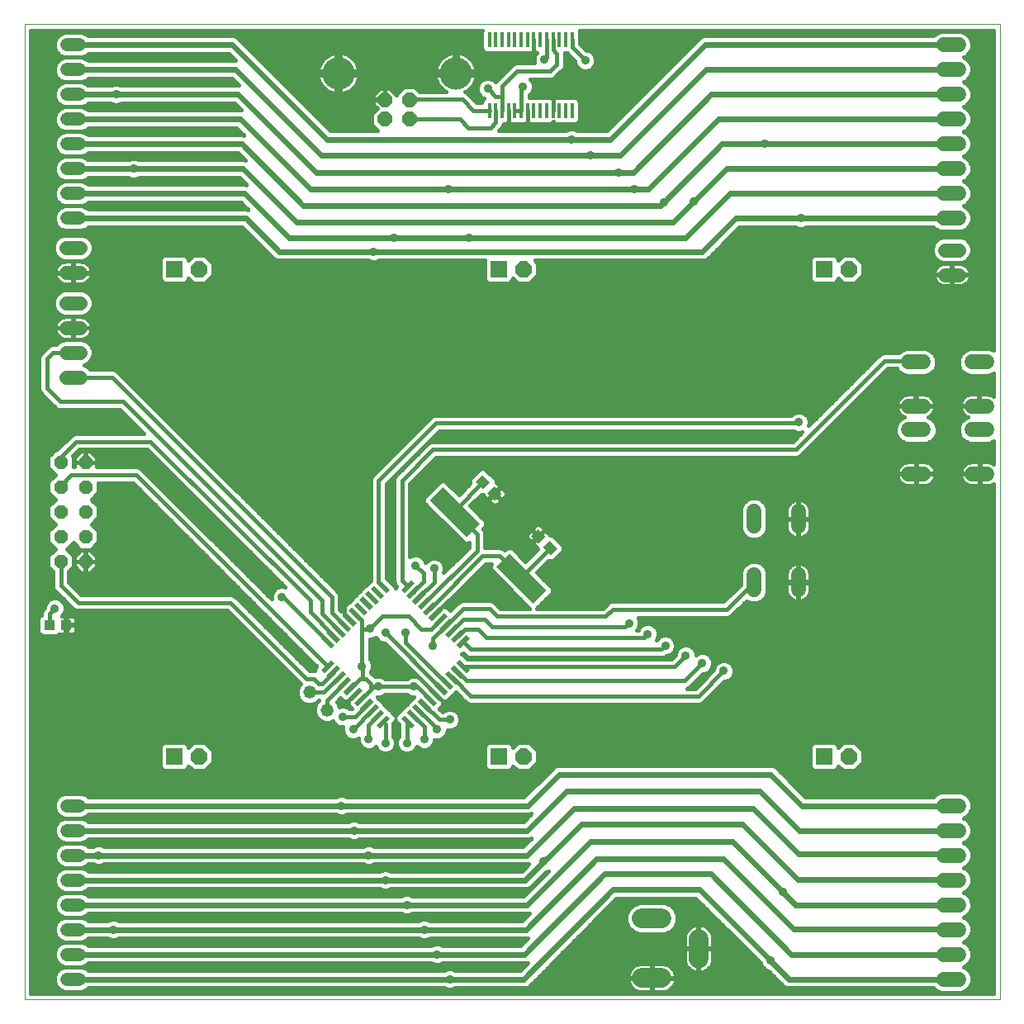
<source format=gtl>
G75*
%MOIN*%
%OFA0B0*%
%FSLAX24Y24*%
%IPPOS*%
%LPD*%
%AMOC8*
5,1,8,0,0,1.08239X$1,22.5*
%
%ADD10C,0.0000*%
%ADD11R,0.0591X0.0197*%
%ADD12R,0.0197X0.0591*%
%ADD13R,0.2100X0.0760*%
%ADD14C,0.0520*%
%ADD15C,0.0600*%
%ADD16C,0.0787*%
%ADD17R,0.0660X0.0660*%
%ADD18OC8,0.0660*%
%ADD19C,0.0520*%
%ADD20R,0.0433X0.0394*%
%ADD21OC8,0.0574*%
%ADD22C,0.1306*%
%ADD23R,0.0157X0.0591*%
%ADD24OC8,0.0560*%
%ADD25C,0.0560*%
%ADD26C,0.0160*%
%ADD27C,0.0356*%
%ADD28C,0.0240*%
D10*
X001661Y002241D02*
X001661Y041611D01*
X041032Y041611D01*
X041032Y002241D01*
X001661Y002241D01*
D11*
G36*
X014301Y014882D02*
X014717Y015298D01*
X014855Y015160D01*
X014439Y014744D01*
X014301Y014882D01*
G37*
G36*
X014078Y015104D02*
X014494Y015520D01*
X014632Y015382D01*
X014216Y014966D01*
X014078Y015104D01*
G37*
G36*
X013855Y015327D02*
X014271Y015743D01*
X014409Y015605D01*
X013993Y015189D01*
X013855Y015327D01*
G37*
G36*
X013633Y015550D02*
X014049Y015966D01*
X014187Y015828D01*
X013771Y015412D01*
X013633Y015550D01*
G37*
G36*
X014524Y014659D02*
X014940Y015075D01*
X015078Y014937D01*
X014662Y014521D01*
X014524Y014659D01*
G37*
G36*
X014746Y014436D02*
X015162Y014852D01*
X015300Y014714D01*
X014884Y014298D01*
X014746Y014436D01*
G37*
G36*
X014969Y014213D02*
X015385Y014629D01*
X015523Y014491D01*
X015107Y014075D01*
X014969Y014213D01*
G37*
G36*
X015192Y013991D02*
X015608Y014407D01*
X015746Y014269D01*
X015330Y013853D01*
X015192Y013991D01*
G37*
G36*
X015414Y013768D02*
X015830Y014184D01*
X015968Y014046D01*
X015552Y013630D01*
X015414Y013768D01*
G37*
G36*
X015637Y013545D02*
X016053Y013961D01*
X016191Y013823D01*
X015775Y013407D01*
X015637Y013545D01*
G37*
G36*
X015860Y013323D02*
X016276Y013739D01*
X016414Y013601D01*
X015998Y013185D01*
X015860Y013323D01*
G37*
G36*
X019089Y016552D02*
X019505Y016968D01*
X019643Y016830D01*
X019227Y016414D01*
X019089Y016552D01*
G37*
G36*
X018866Y016775D02*
X019282Y017191D01*
X019420Y017053D01*
X019004Y016637D01*
X018866Y016775D01*
G37*
G36*
X018644Y016997D02*
X019060Y017413D01*
X019198Y017275D01*
X018782Y016859D01*
X018644Y016997D01*
G37*
G36*
X018421Y017220D02*
X018837Y017636D01*
X018975Y017498D01*
X018559Y017082D01*
X018421Y017220D01*
G37*
G36*
X018198Y017443D02*
X018614Y017859D01*
X018752Y017721D01*
X018336Y017305D01*
X018198Y017443D01*
G37*
G36*
X017976Y017665D02*
X018392Y018081D01*
X018530Y017943D01*
X018114Y017527D01*
X017976Y017665D01*
G37*
G36*
X017753Y017888D02*
X018169Y018304D01*
X018307Y018166D01*
X017891Y017750D01*
X017753Y017888D01*
G37*
G36*
X017530Y018111D02*
X017946Y018527D01*
X018084Y018389D01*
X017668Y017973D01*
X017530Y018111D01*
G37*
G36*
X017307Y018334D02*
X017723Y018750D01*
X017861Y018612D01*
X017445Y018196D01*
X017307Y018334D01*
G37*
G36*
X017085Y018556D02*
X017501Y018972D01*
X017639Y018834D01*
X017223Y018418D01*
X017085Y018556D01*
G37*
G36*
X016862Y018779D02*
X017278Y019195D01*
X017416Y019057D01*
X017000Y018641D01*
X016862Y018779D01*
G37*
D12*
G36*
X015860Y019057D02*
X015998Y019195D01*
X016414Y018779D01*
X016276Y018641D01*
X015860Y019057D01*
G37*
G36*
X015637Y018834D02*
X015775Y018972D01*
X016191Y018556D01*
X016053Y018418D01*
X015637Y018834D01*
G37*
G36*
X015414Y018612D02*
X015552Y018750D01*
X015968Y018334D01*
X015830Y018196D01*
X015414Y018612D01*
G37*
G36*
X015192Y018389D02*
X015330Y018527D01*
X015746Y018111D01*
X015608Y017973D01*
X015192Y018389D01*
G37*
G36*
X014969Y018166D02*
X015107Y018304D01*
X015523Y017888D01*
X015385Y017750D01*
X014969Y018166D01*
G37*
G36*
X014746Y017943D02*
X014884Y018081D01*
X015300Y017665D01*
X015162Y017527D01*
X014746Y017943D01*
G37*
G36*
X014524Y017721D02*
X014662Y017859D01*
X015078Y017443D01*
X014940Y017305D01*
X014524Y017721D01*
G37*
G36*
X014301Y017498D02*
X014439Y017636D01*
X014855Y017220D01*
X014717Y017082D01*
X014301Y017498D01*
G37*
G36*
X014078Y017275D02*
X014216Y017413D01*
X014632Y016997D01*
X014494Y016859D01*
X014078Y017275D01*
G37*
G36*
X013855Y017053D02*
X013993Y017191D01*
X014409Y016775D01*
X014271Y016637D01*
X013855Y017053D01*
G37*
G36*
X013633Y016830D02*
X013771Y016968D01*
X014187Y016552D01*
X014049Y016414D01*
X013633Y016830D01*
G37*
G36*
X016862Y013601D02*
X017000Y013739D01*
X017416Y013323D01*
X017278Y013185D01*
X016862Y013601D01*
G37*
G36*
X017085Y013823D02*
X017223Y013961D01*
X017639Y013545D01*
X017501Y013407D01*
X017085Y013823D01*
G37*
G36*
X017307Y014046D02*
X017445Y014184D01*
X017861Y013768D01*
X017723Y013630D01*
X017307Y014046D01*
G37*
G36*
X017530Y014269D02*
X017668Y014407D01*
X018084Y013991D01*
X017946Y013853D01*
X017530Y014269D01*
G37*
G36*
X017753Y014491D02*
X017891Y014629D01*
X018307Y014213D01*
X018169Y014075D01*
X017753Y014491D01*
G37*
G36*
X017976Y014714D02*
X018114Y014852D01*
X018530Y014436D01*
X018392Y014298D01*
X017976Y014714D01*
G37*
G36*
X018198Y014937D02*
X018336Y015075D01*
X018752Y014659D01*
X018614Y014521D01*
X018198Y014937D01*
G37*
G36*
X018421Y015160D02*
X018559Y015298D01*
X018975Y014882D01*
X018837Y014744D01*
X018421Y015160D01*
G37*
G36*
X018644Y015382D02*
X018782Y015520D01*
X019198Y015104D01*
X019060Y014966D01*
X018644Y015382D01*
G37*
G36*
X018866Y015605D02*
X019004Y015743D01*
X019420Y015327D01*
X019282Y015189D01*
X018866Y015605D01*
G37*
G36*
X019089Y015828D02*
X019227Y015966D01*
X019643Y015550D01*
X019505Y015412D01*
X019089Y015828D01*
G37*
D13*
G36*
X021241Y020247D02*
X022725Y018763D01*
X022187Y018225D01*
X020703Y019709D01*
X021241Y020247D01*
G37*
G36*
X018554Y022934D02*
X020038Y021450D01*
X019500Y020912D01*
X018016Y022396D01*
X018554Y022934D01*
G37*
D14*
X013166Y014646D03*
X013873Y013939D03*
D15*
X031114Y018791D02*
X031114Y019391D01*
X032894Y019391D02*
X032894Y018791D01*
X032894Y021351D02*
X032894Y021951D01*
X031114Y021951D02*
X031114Y021351D01*
X037357Y023465D02*
X037957Y023465D01*
X037957Y025245D02*
X037357Y025245D01*
X037345Y026197D02*
X037945Y026197D01*
X037945Y027977D02*
X037345Y027977D01*
X039905Y027977D02*
X040505Y027977D01*
X040505Y026197D02*
X039905Y026197D01*
X039917Y025245D02*
X040517Y025245D01*
X040517Y023465D02*
X039917Y023465D01*
X039363Y033780D02*
X038763Y033780D01*
X038763Y034780D02*
X039363Y034780D01*
X039363Y035780D02*
X038763Y035780D01*
X038763Y036780D02*
X039363Y036780D01*
X039363Y037780D02*
X038763Y037780D01*
X038763Y038780D02*
X039363Y038780D01*
X039363Y039780D02*
X038763Y039780D01*
X038763Y040780D02*
X039363Y040780D01*
X039363Y010072D02*
X038763Y010072D01*
X038763Y009072D02*
X039363Y009072D01*
X039363Y008072D02*
X038763Y008072D01*
X038763Y007072D02*
X039363Y007072D01*
X039363Y006072D02*
X038763Y006072D01*
X038763Y005072D02*
X039363Y005072D01*
X039363Y004072D02*
X038763Y004072D01*
X038763Y003072D02*
X039363Y003072D01*
D16*
X028874Y003906D02*
X028874Y004694D01*
X027378Y005520D02*
X026591Y005520D01*
X026591Y003119D02*
X027378Y003119D01*
D17*
X033937Y012044D03*
X020807Y012044D03*
X007717Y012044D03*
X007717Y031729D03*
X020807Y031729D03*
X033937Y031729D03*
D18*
X034937Y031729D03*
X021807Y031729D03*
X008717Y031729D03*
X008717Y012044D03*
X021807Y012044D03*
X034937Y012044D03*
D19*
X003890Y010072D02*
X003370Y010072D01*
X003370Y009072D02*
X003890Y009072D01*
X003890Y008072D02*
X003370Y008072D01*
X003370Y007072D02*
X003890Y007072D01*
X003890Y006072D02*
X003370Y006072D01*
X003370Y005072D02*
X003890Y005072D01*
X003890Y004072D02*
X003370Y004072D01*
X003370Y003072D02*
X003890Y003072D01*
X003890Y033780D02*
X003370Y033780D01*
X003370Y034780D02*
X003890Y034780D01*
X003890Y035780D02*
X003370Y035780D01*
X003370Y036780D02*
X003890Y036780D01*
X003890Y037780D02*
X003370Y037780D01*
X003370Y038780D02*
X003890Y038780D01*
X003890Y039780D02*
X003370Y039780D01*
X003370Y040780D02*
X003890Y040780D01*
D20*
G36*
X020178Y022851D02*
X019873Y023156D01*
X020152Y023435D01*
X020457Y023130D01*
X020178Y022851D01*
G37*
G36*
X020651Y022378D02*
X020346Y022683D01*
X020625Y022962D01*
X020930Y022657D01*
X020651Y022378D01*
G37*
G36*
X022422Y020654D02*
X022117Y020959D01*
X022396Y021238D01*
X022701Y020933D01*
X022422Y020654D01*
G37*
G36*
X022895Y020181D02*
X022590Y020486D01*
X022869Y020765D01*
X023174Y020460D01*
X022895Y020181D01*
G37*
X003343Y017359D03*
X002673Y017359D03*
D21*
X016213Y037776D03*
X016213Y038564D03*
X017197Y038564D03*
X017197Y037776D03*
D22*
X019075Y039631D03*
X014335Y039631D03*
D23*
X020435Y040991D03*
X020691Y040991D03*
X020947Y040991D03*
X021203Y040991D03*
X021459Y040991D03*
X021715Y040991D03*
X021971Y040991D03*
X022226Y040991D03*
X022482Y040991D03*
X022738Y040991D03*
X022994Y040991D03*
X023250Y040991D03*
X023506Y040991D03*
X023762Y040991D03*
X023762Y038137D03*
X023506Y038137D03*
X023250Y038137D03*
X022994Y038137D03*
X022738Y038137D03*
X022482Y038137D03*
X022226Y038137D03*
X021971Y038137D03*
X021715Y038137D03*
X021459Y038137D03*
X021203Y038137D03*
X020947Y038137D03*
X020691Y038137D03*
X020435Y038137D03*
D24*
X004130Y023926D03*
X003130Y023926D03*
X003130Y022926D03*
X004130Y022926D03*
X004130Y021926D03*
X003130Y021926D03*
X003130Y020926D03*
X004130Y020926D03*
X004130Y019926D03*
X003130Y019926D03*
D25*
X003350Y027355D02*
X003910Y027355D01*
X003910Y028355D02*
X003350Y028355D01*
X003350Y029355D02*
X003910Y029355D01*
X003910Y030355D02*
X003350Y030355D01*
X003350Y031583D02*
X003910Y031583D01*
X003910Y032583D02*
X003350Y032583D01*
X038822Y032505D02*
X039382Y032505D01*
X039382Y031505D02*
X038822Y031505D01*
D26*
X039092Y031515D02*
X038362Y031515D01*
X038362Y031541D01*
X038374Y031612D01*
X038396Y031681D01*
X038429Y031746D01*
X038472Y031804D01*
X038523Y031856D01*
X038581Y031898D01*
X038646Y031931D01*
X038715Y031953D01*
X038786Y031965D01*
X039092Y031965D01*
X039092Y031515D01*
X039092Y031495D01*
X038362Y031495D01*
X038362Y031469D01*
X038374Y031397D01*
X038396Y031328D01*
X038429Y031264D01*
X038472Y031205D01*
X038523Y031154D01*
X038581Y031111D01*
X038646Y031078D01*
X038715Y031056D01*
X038786Y031045D01*
X039092Y031045D01*
X039092Y031495D01*
X039112Y031495D01*
X039112Y031045D01*
X039419Y031045D01*
X039490Y031056D01*
X039559Y031078D01*
X039624Y031111D01*
X039682Y031154D01*
X039733Y031205D01*
X039776Y031264D01*
X039809Y031328D01*
X039831Y031397D01*
X039842Y031469D01*
X039842Y031495D01*
X039112Y031495D01*
X039112Y031515D01*
X039092Y031515D01*
X039112Y031515D02*
X039112Y031965D01*
X039419Y031965D01*
X039490Y031953D01*
X039559Y031931D01*
X039624Y031898D01*
X039682Y031856D01*
X039733Y031804D01*
X039776Y031746D01*
X039809Y031681D01*
X039831Y031612D01*
X039842Y031541D01*
X039842Y031515D01*
X039112Y031515D01*
X039112Y031563D02*
X039092Y031563D01*
X039092Y031405D02*
X039112Y031405D01*
X039112Y031246D02*
X039092Y031246D01*
X039092Y031088D02*
X039112Y031088D01*
X039578Y031088D02*
X040792Y031088D01*
X040792Y031246D02*
X039763Y031246D01*
X039832Y031405D02*
X040792Y031405D01*
X040792Y031563D02*
X039839Y031563D01*
X039788Y031722D02*
X040792Y031722D01*
X040792Y031880D02*
X039648Y031880D01*
X039617Y032039D02*
X040792Y032039D01*
X040792Y032197D02*
X039811Y032197D01*
X039823Y032210D02*
X039902Y032401D01*
X039902Y032608D01*
X039823Y032799D01*
X039677Y032946D01*
X039486Y033025D01*
X038719Y033025D01*
X038528Y032946D01*
X038382Y032799D01*
X038302Y032608D01*
X038302Y032401D01*
X038382Y032210D01*
X038528Y032064D01*
X038719Y031985D01*
X039486Y031985D01*
X039677Y032064D01*
X039823Y032210D01*
X039884Y032356D02*
X040792Y032356D01*
X040792Y032514D02*
X039902Y032514D01*
X039876Y032673D02*
X040792Y032673D01*
X040792Y032831D02*
X039791Y032831D01*
X039570Y032990D02*
X040792Y032990D01*
X040792Y033148D02*
X030244Y033148D01*
X030085Y032990D02*
X038635Y032990D01*
X038656Y033240D02*
X039470Y033240D01*
X039669Y033323D01*
X039821Y033474D01*
X039903Y033673D01*
X039903Y033888D01*
X039821Y034086D01*
X039669Y034238D01*
X039567Y034280D01*
X039669Y034323D01*
X039821Y034474D01*
X039903Y034673D01*
X039903Y034888D01*
X039821Y035086D01*
X039669Y035238D01*
X039567Y035280D01*
X039669Y035323D01*
X039821Y035474D01*
X039903Y035673D01*
X039903Y035888D01*
X039821Y036086D01*
X039669Y036238D01*
X039567Y036280D01*
X039669Y036323D01*
X039821Y036474D01*
X039903Y036673D01*
X039903Y036888D01*
X039821Y037086D01*
X039669Y037238D01*
X039567Y037280D01*
X039669Y037323D01*
X039821Y037474D01*
X039903Y037673D01*
X039903Y037888D01*
X039821Y038086D01*
X039669Y038238D01*
X039567Y038280D01*
X039669Y038323D01*
X039821Y038474D01*
X039903Y038673D01*
X039903Y038888D01*
X039821Y039086D01*
X039669Y039238D01*
X039567Y039280D01*
X039669Y039323D01*
X039821Y039474D01*
X039903Y039673D01*
X039903Y039888D01*
X039821Y040086D01*
X039669Y040238D01*
X039567Y040280D01*
X039669Y040323D01*
X039821Y040474D01*
X039903Y040673D01*
X039903Y040888D01*
X039821Y041086D01*
X039669Y041238D01*
X039470Y041320D01*
X038656Y041320D01*
X038457Y041238D01*
X038359Y041140D01*
X029066Y041140D01*
X028934Y041086D01*
X028833Y040984D01*
X025174Y037325D01*
X023972Y037325D01*
X023831Y037383D01*
X023665Y037383D01*
X023525Y037325D01*
X020820Y037325D01*
X020872Y037377D01*
X020962Y037467D01*
X021011Y037585D01*
X021011Y037601D01*
X021073Y037601D01*
X021162Y037638D01*
X021185Y037661D01*
X021203Y037661D01*
X021221Y037661D01*
X021244Y037638D01*
X021332Y037601D01*
X021585Y037601D01*
X021587Y037602D01*
X021588Y037601D01*
X021841Y037601D01*
X021929Y037638D01*
X021953Y037661D01*
X021971Y037661D01*
X021988Y037661D01*
X022012Y037638D01*
X022100Y037601D01*
X022353Y037601D01*
X022354Y037602D01*
X022356Y037601D01*
X022609Y037601D01*
X022610Y037602D01*
X022612Y037601D01*
X022865Y037601D01*
X022953Y037638D01*
X022976Y037661D01*
X022994Y037661D01*
X022994Y037679D01*
X022994Y037679D01*
X022994Y037679D01*
X022994Y037661D01*
X023012Y037661D01*
X023035Y037638D01*
X023124Y037601D01*
X023377Y037601D01*
X023378Y037602D01*
X023380Y037601D01*
X023632Y037601D01*
X023634Y037602D01*
X023635Y037601D01*
X023888Y037601D01*
X023977Y037638D01*
X024044Y037705D01*
X024081Y037794D01*
X024081Y038480D01*
X024044Y038568D01*
X023977Y038635D01*
X023888Y038672D01*
X023635Y038672D01*
X023634Y038671D01*
X023632Y038672D01*
X023380Y038672D01*
X023378Y038671D01*
X023377Y038672D01*
X023124Y038672D01*
X023035Y038635D01*
X023012Y038612D01*
X022994Y038612D01*
X022976Y038612D01*
X022953Y038635D01*
X022865Y038672D01*
X022612Y038672D01*
X022610Y038671D01*
X022609Y038672D01*
X022356Y038672D01*
X022354Y038671D01*
X022353Y038672D01*
X022100Y038672D01*
X022035Y038645D01*
X022035Y038755D01*
X022134Y038854D01*
X022198Y039008D01*
X022198Y039175D01*
X022134Y039328D01*
X022061Y039401D01*
X022946Y039401D01*
X023063Y039450D01*
X023153Y039540D01*
X023429Y039816D01*
X023478Y039933D01*
X023478Y040456D01*
X023545Y040456D01*
X023881Y040120D01*
X023881Y040071D01*
X023945Y039917D01*
X024062Y039800D01*
X024216Y039736D01*
X024382Y039736D01*
X024536Y039800D01*
X024654Y039917D01*
X024717Y040071D01*
X024717Y040237D01*
X024654Y040391D01*
X024536Y040509D01*
X024382Y040572D01*
X024334Y040572D01*
X024082Y040824D01*
X024082Y041055D01*
X024081Y041058D01*
X024081Y041334D01*
X024065Y041371D01*
X040792Y041371D01*
X040792Y028443D01*
X040613Y028517D01*
X039798Y028517D01*
X039599Y028435D01*
X039447Y028283D01*
X039365Y028085D01*
X039365Y027870D01*
X039447Y027672D01*
X039599Y027520D01*
X039798Y027437D01*
X040613Y027437D01*
X040792Y027511D01*
X040792Y026583D01*
X040757Y026608D01*
X040690Y026642D01*
X040618Y026666D01*
X040543Y026677D01*
X040225Y026677D01*
X040225Y026217D01*
X040185Y026217D01*
X040185Y026177D01*
X039425Y026177D01*
X039425Y026160D01*
X039437Y026085D01*
X039460Y026013D01*
X039495Y025946D01*
X039539Y025885D01*
X039593Y025831D01*
X039654Y025787D01*
X039721Y025753D01*
X039727Y025751D01*
X039611Y025703D01*
X039459Y025551D01*
X039377Y025353D01*
X039377Y025138D01*
X039459Y024939D01*
X039611Y024787D01*
X039810Y024705D01*
X040624Y024705D01*
X040792Y024774D01*
X040792Y023859D01*
X040769Y023876D01*
X040701Y023910D01*
X040629Y023933D01*
X040555Y023945D01*
X040237Y023945D01*
X040237Y023485D01*
X040197Y023485D01*
X040197Y023445D01*
X040237Y023445D01*
X040237Y022985D01*
X040555Y022985D01*
X040629Y022997D01*
X040701Y023020D01*
X040769Y023055D01*
X040792Y023071D01*
X040792Y002481D01*
X001901Y002481D01*
X001901Y041371D01*
X020132Y041371D01*
X020116Y041334D01*
X020116Y040648D01*
X020153Y040560D01*
X020220Y040492D01*
X020309Y040456D01*
X020562Y040456D01*
X020563Y040456D01*
X020565Y040456D01*
X020818Y040456D01*
X020819Y040456D01*
X020820Y040456D01*
X021073Y040456D01*
X021075Y040456D01*
X021076Y040456D01*
X021329Y040456D01*
X021331Y040456D01*
X021332Y040456D01*
X021585Y040456D01*
X021587Y040456D01*
X021588Y040456D01*
X021841Y040456D01*
X021843Y040456D01*
X021844Y040456D01*
X022097Y040456D01*
X022185Y040492D01*
X022209Y040516D01*
X022226Y040516D01*
X022226Y040533D01*
X022226Y040533D01*
X022226Y040516D01*
X022244Y040516D01*
X022268Y040492D01*
X022328Y040467D01*
X022291Y040431D01*
X022228Y040277D01*
X022228Y040111D01*
X022256Y040041D01*
X021480Y040041D01*
X021362Y039993D01*
X020766Y039396D01*
X020676Y039306D01*
X020671Y039295D01*
X020599Y039367D01*
X020445Y039431D01*
X020279Y039431D01*
X020125Y039367D01*
X020008Y039249D01*
X019944Y039096D01*
X019944Y038929D01*
X020008Y038776D01*
X020125Y038658D01*
X020209Y038624D01*
X020153Y038568D01*
X020116Y038480D01*
X020116Y038457D01*
X019914Y038457D01*
X019520Y038851D01*
X019444Y038882D01*
X019539Y038937D01*
X019625Y039003D01*
X019702Y039080D01*
X019769Y039167D01*
X019823Y039262D01*
X019865Y039362D01*
X019893Y039468D01*
X019904Y039551D01*
X019155Y039551D01*
X019155Y039711D01*
X018995Y039711D01*
X018995Y040460D01*
X018912Y040449D01*
X018807Y040421D01*
X018706Y040379D01*
X018611Y040325D01*
X018525Y040258D01*
X018447Y040181D01*
X018381Y040094D01*
X018326Y040000D01*
X018285Y039899D01*
X018256Y039794D01*
X018245Y039711D01*
X018995Y039711D01*
X018995Y039551D01*
X018245Y039551D01*
X018256Y039468D01*
X018285Y039362D01*
X018326Y039262D01*
X018381Y039167D01*
X018447Y039080D01*
X018525Y039003D01*
X018611Y038937D01*
X018676Y038900D01*
X017606Y038900D01*
X017415Y039091D01*
X016979Y039091D01*
X016670Y038782D01*
X016670Y038767D01*
X016406Y039031D01*
X016226Y039031D01*
X016226Y038577D01*
X016199Y038577D01*
X016199Y038550D01*
X015746Y038550D01*
X015746Y038370D01*
X015904Y038213D01*
X015686Y037995D01*
X015686Y037558D01*
X015918Y037325D01*
X014015Y037325D01*
X010255Y041086D01*
X010123Y041140D01*
X004237Y041140D01*
X004173Y041204D01*
X003989Y041280D01*
X003271Y041280D01*
X003087Y041204D01*
X002946Y041064D01*
X002870Y040880D01*
X002870Y040681D01*
X002946Y040497D01*
X003087Y040356D01*
X003271Y040280D01*
X003087Y040204D01*
X002946Y040064D01*
X002870Y039880D01*
X002870Y039681D01*
X002946Y039497D01*
X003087Y039356D01*
X003271Y039280D01*
X003087Y039204D01*
X002946Y039064D01*
X002870Y038880D01*
X002870Y038681D01*
X002946Y038497D01*
X003087Y038356D01*
X003271Y038280D01*
X003087Y038204D01*
X002946Y038064D01*
X002870Y037880D01*
X002870Y037681D01*
X002946Y037497D01*
X003087Y037356D01*
X003271Y037280D01*
X003087Y037204D01*
X002946Y037064D01*
X002870Y036880D01*
X002870Y036681D01*
X002946Y036497D01*
X003087Y036356D01*
X003271Y036280D01*
X003087Y036204D01*
X002946Y036064D01*
X002870Y035880D01*
X002870Y035681D01*
X002946Y035497D01*
X003087Y035356D01*
X003271Y035280D01*
X003087Y035204D01*
X002946Y035064D01*
X002870Y034880D01*
X002870Y034681D01*
X002946Y034497D01*
X003087Y034356D01*
X003271Y034280D01*
X003087Y034204D01*
X002946Y034064D01*
X002870Y033880D01*
X002870Y033681D01*
X002946Y033497D01*
X003087Y033356D01*
X003271Y033280D01*
X003989Y033280D01*
X004173Y033356D01*
X004237Y033420D01*
X010445Y033420D01*
X011632Y032234D01*
X011733Y032133D01*
X011865Y032078D01*
X015533Y032078D01*
X015673Y032020D01*
X015839Y032020D01*
X015979Y032078D01*
X020237Y032078D01*
X020237Y031351D01*
X020274Y031263D01*
X020341Y031196D01*
X020429Y031159D01*
X021185Y031159D01*
X021273Y031196D01*
X021341Y031263D01*
X021377Y031351D01*
X021377Y031353D01*
X021571Y031159D01*
X022043Y031159D01*
X022377Y031493D01*
X022377Y031965D01*
X022265Y032078D01*
X029095Y032078D01*
X029228Y032133D01*
X030515Y033420D01*
X032777Y033420D01*
X032917Y033362D01*
X033083Y033362D01*
X033224Y033420D01*
X038359Y033420D01*
X038457Y033323D01*
X038656Y033240D01*
X038495Y033307D02*
X030402Y033307D01*
X029927Y032831D02*
X038414Y032831D01*
X038329Y032673D02*
X029768Y032673D01*
X029610Y032514D02*
X038302Y032514D01*
X038321Y032356D02*
X029451Y032356D01*
X029293Y032197D02*
X033406Y032197D01*
X033404Y032195D02*
X033367Y032107D01*
X033367Y031351D01*
X033404Y031263D01*
X033471Y031196D01*
X033559Y031159D01*
X034315Y031159D01*
X034403Y031196D01*
X034471Y031263D01*
X034507Y031351D01*
X034507Y031353D01*
X034701Y031159D01*
X035173Y031159D01*
X035507Y031493D01*
X035507Y031965D01*
X035173Y032299D01*
X034701Y032299D01*
X034507Y032105D01*
X034507Y032107D01*
X034471Y032195D01*
X034403Y032263D01*
X034315Y032299D01*
X033559Y032299D01*
X033471Y032263D01*
X033404Y032195D01*
X033367Y032039D02*
X022303Y032039D01*
X022377Y031880D02*
X033367Y031880D01*
X033367Y031722D02*
X022377Y031722D01*
X022377Y031563D02*
X033367Y031563D01*
X033367Y031405D02*
X022289Y031405D01*
X022131Y031246D02*
X033420Y031246D01*
X034454Y031246D02*
X034614Y031246D01*
X035261Y031246D02*
X038441Y031246D01*
X038373Y031405D02*
X035419Y031405D01*
X035507Y031563D02*
X038366Y031563D01*
X038417Y031722D02*
X035507Y031722D01*
X035507Y031880D02*
X038557Y031880D01*
X038588Y032039D02*
X035433Y032039D01*
X035275Y032197D02*
X038394Y032197D01*
X039092Y031880D02*
X039112Y031880D01*
X039112Y031722D02*
X039092Y031722D01*
X038627Y031088D02*
X001901Y031088D01*
X001901Y031246D02*
X003036Y031246D01*
X003050Y031233D02*
X003109Y031190D01*
X003173Y031157D01*
X003242Y031135D01*
X003314Y031123D01*
X003620Y031123D01*
X003620Y031573D01*
X003640Y031573D01*
X003640Y031123D01*
X003946Y031123D01*
X004018Y031135D01*
X004087Y031157D01*
X004151Y031190D01*
X004210Y031233D01*
X004261Y031284D01*
X004303Y031342D01*
X004336Y031407D01*
X004359Y031476D01*
X004370Y031547D01*
X004370Y031573D01*
X003640Y031573D01*
X003640Y031593D01*
X004370Y031593D01*
X004370Y031620D01*
X004359Y031691D01*
X004336Y031760D01*
X004303Y031825D01*
X004261Y031883D01*
X004210Y031934D01*
X004151Y031977D01*
X004087Y032010D01*
X004018Y032032D01*
X003946Y032043D01*
X003640Y032043D01*
X003640Y031593D01*
X003620Y031593D01*
X003620Y031573D01*
X002890Y031573D01*
X002890Y031547D01*
X002901Y031476D01*
X002924Y031407D01*
X002957Y031342D01*
X002999Y031284D01*
X003050Y031233D01*
X002925Y031405D02*
X001901Y031405D01*
X001901Y031563D02*
X002890Y031563D01*
X002890Y031593D02*
X003620Y031593D01*
X003620Y032043D01*
X003314Y032043D01*
X003242Y032032D01*
X003173Y032010D01*
X003109Y031977D01*
X003050Y031934D01*
X002999Y031883D01*
X002957Y031825D01*
X002924Y031760D01*
X002901Y031691D01*
X002890Y031620D01*
X002890Y031593D01*
X002911Y031722D02*
X001901Y031722D01*
X001901Y031880D02*
X002997Y031880D01*
X003055Y032143D02*
X002909Y032289D01*
X002830Y032480D01*
X002830Y032687D01*
X002909Y032878D01*
X003055Y033024D01*
X003247Y033103D01*
X004013Y033103D01*
X004205Y033024D01*
X004351Y032878D01*
X004430Y032687D01*
X004430Y032480D01*
X004351Y032289D01*
X004205Y032143D01*
X004013Y032063D01*
X003247Y032063D01*
X003055Y032143D01*
X003001Y032197D02*
X001901Y032197D01*
X001901Y032039D02*
X003286Y032039D01*
X003620Y032039D02*
X003640Y032039D01*
X003640Y031880D02*
X003620Y031880D01*
X003620Y031722D02*
X003640Y031722D01*
X003640Y031563D02*
X003620Y031563D01*
X003620Y031405D02*
X003640Y031405D01*
X003640Y031246D02*
X003620Y031246D01*
X003247Y030875D02*
X003055Y030796D01*
X002909Y030650D01*
X002830Y030459D01*
X002830Y030252D01*
X002909Y030061D01*
X003055Y029914D01*
X003247Y029835D01*
X004013Y029835D01*
X004205Y029914D01*
X004351Y030061D01*
X004430Y030252D01*
X004430Y030459D01*
X004351Y030650D01*
X004205Y030796D01*
X004013Y030875D01*
X003247Y030875D01*
X003030Y030771D02*
X001901Y030771D01*
X001901Y030929D02*
X040792Y030929D01*
X040792Y030771D02*
X004230Y030771D01*
X004366Y030612D02*
X040792Y030612D01*
X040792Y030454D02*
X004430Y030454D01*
X004430Y030295D02*
X040792Y030295D01*
X040792Y030137D02*
X004382Y030137D01*
X004269Y029978D02*
X040792Y029978D01*
X040792Y029820D02*
X001901Y029820D01*
X001901Y029978D02*
X002991Y029978D01*
X002878Y030137D02*
X001901Y030137D01*
X001901Y030295D02*
X002830Y030295D01*
X002830Y030454D02*
X001901Y030454D01*
X001901Y030612D02*
X002894Y030612D01*
X003173Y029781D02*
X003109Y029749D01*
X003050Y029706D01*
X002999Y029655D01*
X002957Y029596D01*
X002924Y029532D01*
X002901Y029463D01*
X002890Y029391D01*
X002890Y029365D01*
X003620Y029365D01*
X003620Y029345D01*
X003640Y029345D01*
X003640Y028895D01*
X003946Y028895D01*
X004018Y028906D01*
X004087Y028929D01*
X004151Y028962D01*
X004210Y029004D01*
X004261Y029055D01*
X004303Y029114D01*
X004336Y029179D01*
X004359Y029247D01*
X004370Y029319D01*
X004370Y029345D01*
X003640Y029345D01*
X003640Y029365D01*
X004370Y029365D01*
X004370Y029391D01*
X004359Y029463D01*
X004336Y029532D01*
X004303Y029596D01*
X004261Y029655D01*
X004210Y029706D01*
X004151Y029749D01*
X004087Y029781D01*
X004018Y029804D01*
X003946Y029815D01*
X003640Y029815D01*
X003640Y029365D01*
X003620Y029365D01*
X003620Y029815D01*
X003314Y029815D01*
X003242Y029804D01*
X003173Y029781D01*
X003006Y029661D02*
X001901Y029661D01*
X001901Y029503D02*
X002914Y029503D01*
X002890Y029345D02*
X002890Y029319D01*
X002901Y029247D01*
X002924Y029179D01*
X002957Y029114D01*
X002999Y029055D01*
X003050Y029004D01*
X003109Y028962D01*
X003173Y028929D01*
X003242Y028906D01*
X003314Y028895D01*
X003620Y028895D01*
X003620Y029345D01*
X002890Y029345D01*
X002890Y029344D02*
X001901Y029344D01*
X001901Y029186D02*
X002921Y029186D01*
X003027Y029027D02*
X001901Y029027D01*
X001901Y028869D02*
X003232Y028869D01*
X003247Y028875D02*
X003055Y028796D01*
X002935Y028675D01*
X002751Y028675D01*
X002634Y028626D01*
X002544Y028536D01*
X002296Y028288D01*
X002247Y028171D01*
X002247Y026862D01*
X002296Y026745D01*
X002386Y026655D01*
X002937Y026104D01*
X003055Y026055D01*
X005505Y026055D01*
X006480Y025081D01*
X003684Y025081D01*
X003567Y025032D01*
X002981Y024446D01*
X002915Y024446D01*
X002610Y024141D01*
X002610Y023711D01*
X002895Y023426D01*
X002610Y023141D01*
X002610Y022711D01*
X002895Y022426D01*
X002610Y022141D01*
X002610Y021711D01*
X002895Y021426D01*
X002610Y021141D01*
X002610Y020711D01*
X002895Y020426D01*
X002610Y020141D01*
X002610Y019711D01*
X002810Y019511D01*
X002810Y018898D01*
X002859Y018780D01*
X002949Y018690D01*
X003646Y017993D01*
X003763Y017945D01*
X009836Y017945D01*
X012797Y014984D01*
X012742Y014929D01*
X012666Y014745D01*
X012666Y014546D01*
X012742Y014362D01*
X012883Y014222D01*
X013067Y014146D01*
X013266Y014146D01*
X013449Y014222D01*
X013553Y014326D01*
X013553Y014326D01*
X013553Y014326D01*
X013449Y014222D01*
X013373Y014038D01*
X013373Y013839D01*
X013449Y013655D01*
X013590Y013515D01*
X013774Y013439D01*
X013973Y013439D01*
X014111Y013496D01*
X014142Y013421D01*
X014259Y013304D01*
X014413Y013240D01*
X014515Y013240D01*
X014511Y013230D01*
X014511Y013063D01*
X014575Y012910D01*
X014692Y012792D01*
X014846Y012728D01*
X015012Y012728D01*
X015141Y012782D01*
X015141Y012670D01*
X015205Y012516D01*
X015322Y012398D01*
X015476Y012335D01*
X015642Y012335D01*
X015796Y012398D01*
X015839Y012442D01*
X015874Y012358D01*
X015992Y012241D01*
X016145Y012177D01*
X016312Y012177D01*
X016465Y012241D01*
X016583Y012358D01*
X016647Y012512D01*
X016647Y012678D01*
X016583Y012832D01*
X016548Y012867D01*
X016548Y013395D01*
X016619Y013465D01*
X016638Y013511D01*
X016657Y013465D01*
X016775Y013347D01*
X016775Y012867D01*
X016740Y012832D01*
X016676Y012678D01*
X016676Y012512D01*
X016740Y012358D01*
X016858Y012241D01*
X017011Y012177D01*
X017178Y012177D01*
X017331Y012241D01*
X017449Y012358D01*
X017495Y012470D01*
X017566Y012398D01*
X017720Y012335D01*
X017886Y012335D01*
X018040Y012398D01*
X018158Y012516D01*
X018221Y012670D01*
X018221Y012733D01*
X018232Y012728D01*
X018398Y012728D01*
X018552Y012792D01*
X018669Y012910D01*
X018733Y013063D01*
X018733Y013126D01*
X018744Y013122D01*
X018910Y013122D01*
X019064Y013186D01*
X019181Y013303D01*
X019245Y013457D01*
X019245Y013623D01*
X019181Y013777D01*
X019064Y013895D01*
X018910Y013958D01*
X018744Y013958D01*
X018590Y013895D01*
X018556Y013860D01*
X018529Y013860D01*
X018412Y013977D01*
X018512Y014077D01*
X018548Y014165D01*
X018548Y014199D01*
X018589Y014239D01*
X018629Y014279D01*
X018662Y014279D01*
X018750Y014316D01*
X018957Y014523D01*
X018962Y014534D01*
X018973Y014539D01*
X019080Y014646D01*
X019422Y014304D01*
X019512Y014214D01*
X019629Y014165D01*
X028930Y014165D01*
X029047Y014214D01*
X029924Y015091D01*
X029973Y015091D01*
X030127Y015154D01*
X030244Y015272D01*
X030308Y015425D01*
X030308Y015592D01*
X030244Y015746D01*
X030127Y015863D01*
X029973Y015927D01*
X029807Y015927D01*
X029653Y015863D01*
X029535Y015746D01*
X029472Y015592D01*
X029472Y015543D01*
X028734Y014805D01*
X028403Y014805D01*
X028496Y014844D01*
X029058Y015406D01*
X029107Y015406D01*
X029261Y015469D01*
X029378Y015587D01*
X029442Y015740D01*
X029442Y015907D01*
X029378Y016060D01*
X029261Y016178D01*
X029107Y016242D01*
X028941Y016242D01*
X028787Y016178D01*
X028773Y016164D01*
X028773Y016222D01*
X028709Y016375D01*
X028591Y016493D01*
X028438Y016557D01*
X028271Y016557D01*
X028118Y016493D01*
X028000Y016375D01*
X027936Y016222D01*
X027936Y016173D01*
X027761Y015998D01*
X019535Y015998D01*
X019363Y016171D01*
X019316Y016190D01*
X019363Y016209D01*
X019379Y016225D01*
X019411Y016194D01*
X019411Y016194D01*
X019501Y016104D01*
X019618Y016055D01*
X027434Y016055D01*
X027551Y016104D01*
X027562Y016114D01*
X027611Y016114D01*
X027764Y016178D01*
X027882Y016295D01*
X027946Y016449D01*
X027946Y016615D01*
X027882Y016769D01*
X027764Y016887D01*
X027611Y016950D01*
X027444Y016950D01*
X027291Y016887D01*
X027174Y016770D01*
X027237Y016922D01*
X027237Y017088D01*
X027173Y017242D01*
X027056Y017359D01*
X026902Y017423D01*
X026736Y017423D01*
X026582Y017359D01*
X026465Y017242D01*
X026434Y017167D01*
X026392Y017167D01*
X026425Y017201D01*
X026489Y017355D01*
X026489Y017521D01*
X026428Y017669D01*
X030076Y017669D01*
X030193Y017718D01*
X030809Y018333D01*
X031007Y018251D01*
X031221Y018251D01*
X031420Y018333D01*
X031572Y018485D01*
X031654Y018683D01*
X031654Y019498D01*
X031572Y019697D01*
X031420Y019849D01*
X031221Y019931D01*
X031007Y019931D01*
X030808Y019849D01*
X030656Y019697D01*
X030574Y019498D01*
X030574Y019003D01*
X029880Y018309D01*
X025338Y018309D01*
X025220Y018260D01*
X025130Y018170D01*
X024994Y018033D01*
X022335Y018033D01*
X022928Y018626D01*
X022965Y018715D01*
X022965Y018810D01*
X022928Y018898D01*
X022344Y019482D01*
X022816Y019954D01*
X022849Y019941D01*
X022944Y019941D01*
X023032Y019977D01*
X023378Y020323D01*
X023415Y020411D01*
X023415Y020507D01*
X023378Y020595D01*
X023004Y020969D01*
X022916Y021005D01*
X022867Y021005D01*
X022845Y021043D01*
X022689Y021200D01*
X022435Y020946D01*
X022409Y020972D01*
X022383Y020946D01*
X022409Y020920D01*
X022156Y020667D01*
X022313Y020510D01*
X022350Y020488D01*
X022350Y020439D01*
X022364Y020407D01*
X021892Y019935D01*
X021376Y020451D01*
X021288Y020487D01*
X021192Y020487D01*
X021104Y020451D01*
X021047Y020394D01*
X021016Y020426D01*
X020898Y020474D01*
X020249Y020474D01*
X020249Y021084D01*
X020200Y021202D01*
X020185Y021217D01*
X020165Y021237D01*
X020241Y021313D01*
X020278Y021402D01*
X020278Y021497D01*
X020241Y021585D01*
X019651Y022176D01*
X020099Y022624D01*
X020131Y022611D01*
X020180Y022611D01*
X020202Y022573D01*
X020359Y022416D01*
X020612Y022670D01*
X020638Y022644D01*
X020385Y022390D01*
X020542Y022233D01*
X020583Y022210D01*
X020629Y022197D01*
X020676Y022197D01*
X020722Y022210D01*
X020763Y022233D01*
X020906Y022376D01*
X020638Y022644D01*
X020664Y022670D01*
X020638Y022696D01*
X020892Y022949D01*
X020735Y023106D01*
X020697Y023128D01*
X020697Y023177D01*
X020661Y023265D01*
X020287Y023639D01*
X020199Y023675D01*
X020103Y023675D01*
X020015Y023639D01*
X019669Y023293D01*
X019633Y023205D01*
X019633Y023109D01*
X019646Y023077D01*
X019198Y022628D01*
X018689Y023138D01*
X018601Y023174D01*
X018505Y023174D01*
X018417Y023138D01*
X017812Y022533D01*
X017775Y022445D01*
X017775Y022349D01*
X017812Y022261D01*
X019364Y020708D01*
X019453Y020672D01*
X019548Y020672D01*
X019609Y020697D01*
X019609Y020504D01*
X018580Y019476D01*
X018615Y019559D01*
X018615Y019726D01*
X018551Y019879D01*
X018434Y019997D01*
X018280Y020061D01*
X018114Y020061D01*
X017960Y019997D01*
X017849Y019886D01*
X017803Y019997D01*
X017686Y020115D01*
X017532Y020179D01*
X017366Y020179D01*
X017218Y020117D01*
X017218Y023053D01*
X018290Y024126D01*
X032867Y024126D01*
X032984Y024174D01*
X036518Y027708D01*
X036872Y027708D01*
X036887Y027672D01*
X037039Y027520D01*
X037238Y027437D01*
X038053Y027437D01*
X038251Y027520D01*
X038403Y027672D01*
X038485Y027870D01*
X038485Y028085D01*
X038403Y028283D01*
X038251Y028435D01*
X038053Y028517D01*
X037238Y028517D01*
X037039Y028435D01*
X036953Y028348D01*
X036322Y028348D01*
X036205Y028300D01*
X036115Y028210D01*
X033318Y025413D01*
X033339Y025465D01*
X033339Y025631D01*
X033276Y025785D01*
X033158Y025902D01*
X033005Y025966D01*
X032838Y025966D01*
X032684Y025902D01*
X032611Y025829D01*
X018212Y025829D01*
X018094Y025780D01*
X018004Y025690D01*
X015682Y023367D01*
X015633Y023249D01*
X015633Y019171D01*
X015432Y018970D01*
X015428Y018959D01*
X015416Y018954D01*
X015210Y018748D01*
X015205Y018736D01*
X015193Y018732D01*
X014987Y018525D01*
X014982Y018514D01*
X014971Y018509D01*
X014764Y018302D01*
X014759Y018291D01*
X014748Y018286D01*
X014541Y018080D01*
X014505Y017991D01*
X014505Y017958D01*
X014467Y017920D01*
X014383Y018003D01*
X014383Y018564D01*
X014334Y018682D01*
X005480Y027536D01*
X005390Y027626D01*
X005272Y027675D01*
X004325Y027675D01*
X004205Y027796D01*
X004062Y027855D01*
X004205Y027914D01*
X004351Y028061D01*
X004430Y028252D01*
X004430Y028459D01*
X004351Y028650D01*
X004205Y028796D01*
X004013Y028875D01*
X003247Y028875D01*
X002970Y028710D02*
X001901Y028710D01*
X001901Y028552D02*
X002559Y028552D01*
X002401Y028393D02*
X001901Y028393D01*
X001901Y028235D02*
X002274Y028235D01*
X002247Y028076D02*
X001901Y028076D01*
X001901Y027918D02*
X002247Y027918D01*
X002247Y027759D02*
X001901Y027759D01*
X001901Y027601D02*
X002247Y027601D01*
X002247Y027442D02*
X001901Y027442D01*
X001901Y027284D02*
X002247Y027284D01*
X002247Y027125D02*
X001901Y027125D01*
X001901Y026967D02*
X002247Y026967D01*
X002269Y026808D02*
X001901Y026808D01*
X001901Y026650D02*
X002390Y026650D01*
X002549Y026491D02*
X001901Y026491D01*
X001901Y026333D02*
X002707Y026333D01*
X002866Y026174D02*
X001901Y026174D01*
X001901Y026016D02*
X005544Y026016D01*
X005703Y025857D02*
X001901Y025857D01*
X001901Y025699D02*
X005861Y025699D01*
X006020Y025540D02*
X001901Y025540D01*
X001901Y025382D02*
X006178Y025382D01*
X006337Y025223D02*
X001901Y025223D01*
X001901Y025065D02*
X003647Y025065D01*
X003441Y024906D02*
X001901Y024906D01*
X001901Y024748D02*
X003283Y024748D01*
X003124Y024589D02*
X001901Y024589D01*
X001901Y024431D02*
X002900Y024431D01*
X002741Y024272D02*
X001901Y024272D01*
X001901Y024114D02*
X002610Y024114D01*
X002610Y023955D02*
X001901Y023955D01*
X001901Y023797D02*
X002610Y023797D01*
X002682Y023638D02*
X001901Y023638D01*
X001901Y023480D02*
X002841Y023480D01*
X002790Y023321D02*
X001901Y023321D01*
X001901Y023163D02*
X002632Y023163D01*
X002610Y023004D02*
X001901Y023004D01*
X001901Y022846D02*
X002610Y022846D01*
X002633Y022687D02*
X001901Y022687D01*
X001901Y022529D02*
X002792Y022529D01*
X002839Y022370D02*
X001901Y022370D01*
X001901Y022212D02*
X002681Y022212D01*
X002610Y022053D02*
X001901Y022053D01*
X001901Y021895D02*
X002610Y021895D01*
X002610Y021736D02*
X001901Y021736D01*
X001901Y021578D02*
X002743Y021578D01*
X002888Y021419D02*
X001901Y021419D01*
X001901Y021261D02*
X002730Y021261D01*
X002610Y021102D02*
X001901Y021102D01*
X001901Y020944D02*
X002610Y020944D01*
X002610Y020785D02*
X001901Y020785D01*
X001901Y020627D02*
X002694Y020627D01*
X002852Y020468D02*
X001901Y020468D01*
X001901Y020310D02*
X002779Y020310D01*
X002620Y020151D02*
X001901Y020151D01*
X001901Y019993D02*
X002610Y019993D01*
X002610Y019834D02*
X001901Y019834D01*
X001901Y019676D02*
X002645Y019676D01*
X002803Y019517D02*
X001901Y019517D01*
X001901Y019359D02*
X002810Y019359D01*
X002810Y019200D02*
X001901Y019200D01*
X001901Y019042D02*
X002810Y019042D01*
X002816Y018883D02*
X001901Y018883D01*
X001901Y018725D02*
X002914Y018725D01*
X003072Y018566D02*
X001901Y018566D01*
X001901Y018408D02*
X002706Y018408D01*
X002645Y018383D02*
X002799Y018446D01*
X002965Y018446D01*
X003119Y018383D01*
X003236Y018265D01*
X003300Y018112D01*
X003300Y017945D01*
X003236Y017792D01*
X003181Y017736D01*
X003324Y017736D01*
X003324Y017377D01*
X003361Y017377D01*
X003739Y017377D01*
X003739Y017580D01*
X003727Y017625D01*
X003703Y017666D01*
X003670Y017700D01*
X003629Y017724D01*
X003583Y017736D01*
X003361Y017736D01*
X003361Y017377D01*
X003361Y017341D01*
X003739Y017341D01*
X003739Y017139D01*
X003727Y017093D01*
X003703Y017052D01*
X003670Y017018D01*
X003629Y016994D01*
X003583Y016982D01*
X003361Y016982D01*
X003361Y017341D01*
X003324Y017341D01*
X003324Y016982D01*
X003102Y016982D01*
X003060Y016993D01*
X003026Y016959D01*
X002938Y016922D01*
X002409Y016922D01*
X002321Y016959D01*
X002253Y017026D01*
X002217Y017114D01*
X002217Y017604D01*
X002253Y017692D01*
X002321Y017759D01*
X002353Y017773D01*
X002353Y017883D01*
X002402Y018001D01*
X002464Y018063D01*
X002464Y018112D01*
X002528Y018265D01*
X002645Y018383D01*
X002521Y018249D02*
X001901Y018249D01*
X001901Y018091D02*
X002464Y018091D01*
X002374Y017932D02*
X001901Y017932D01*
X001901Y017774D02*
X002353Y017774D01*
X002222Y017615D02*
X001901Y017615D01*
X001901Y017457D02*
X002217Y017457D01*
X002217Y017298D02*
X001901Y017298D01*
X001901Y017140D02*
X002217Y017140D01*
X002298Y016981D02*
X001901Y016981D01*
X001901Y016823D02*
X010958Y016823D01*
X011116Y016664D02*
X001901Y016664D01*
X001901Y016506D02*
X011275Y016506D01*
X011433Y016347D02*
X001901Y016347D01*
X001901Y016189D02*
X011592Y016189D01*
X011750Y016030D02*
X001901Y016030D01*
X001901Y015872D02*
X011909Y015872D01*
X012067Y015713D02*
X001901Y015713D01*
X001901Y015555D02*
X012226Y015555D01*
X012384Y015396D02*
X001901Y015396D01*
X001901Y015238D02*
X012543Y015238D01*
X012701Y015079D02*
X001901Y015079D01*
X001901Y014921D02*
X012739Y014921D01*
X012673Y014762D02*
X001901Y014762D01*
X001901Y014604D02*
X012666Y014604D01*
X012708Y014445D02*
X001901Y014445D01*
X001901Y014287D02*
X012818Y014287D01*
X013166Y014646D02*
X013758Y014646D01*
X014355Y015243D01*
X014578Y015021D02*
X013873Y014316D01*
X013873Y013939D01*
X013515Y014287D02*
X013515Y014287D01*
X013411Y014128D02*
X001901Y014128D01*
X001901Y013970D02*
X013373Y013970D01*
X013385Y013811D02*
X001901Y013811D01*
X001901Y013653D02*
X013452Y013653D01*
X013639Y013494D02*
X001901Y013494D01*
X001901Y013336D02*
X014227Y013336D01*
X014111Y013494D02*
X014108Y013494D01*
X014496Y013658D02*
X014997Y013658D01*
X015469Y014130D01*
X015690Y013907D02*
X014929Y013146D01*
X014624Y012860D02*
X001901Y012860D01*
X001901Y012702D02*
X015141Y012702D01*
X015193Y012543D02*
X009023Y012543D01*
X008953Y012614D02*
X008481Y012614D01*
X008287Y012420D01*
X008287Y012422D01*
X008250Y012510D01*
X008183Y012578D01*
X008094Y012614D01*
X007339Y012614D01*
X007251Y012578D01*
X007183Y012510D01*
X007147Y012422D01*
X007147Y011666D01*
X007183Y011578D01*
X007251Y011511D01*
X007339Y011474D01*
X008094Y011474D01*
X008183Y011511D01*
X008250Y011578D01*
X008287Y011666D01*
X008287Y011668D01*
X008481Y011474D01*
X008953Y011474D01*
X009287Y011808D01*
X009287Y012280D01*
X008953Y012614D01*
X009182Y012385D02*
X015354Y012385D01*
X015764Y012385D02*
X015863Y012385D01*
X016026Y012226D02*
X009287Y012226D01*
X009287Y012068D02*
X020237Y012068D01*
X020237Y012226D02*
X017297Y012226D01*
X017460Y012385D02*
X017599Y012385D01*
X018008Y012385D02*
X020237Y012385D01*
X020237Y012422D02*
X020274Y012510D01*
X020341Y012578D01*
X020429Y012614D01*
X021185Y012614D01*
X021273Y012578D01*
X021341Y012510D01*
X021377Y012422D01*
X021377Y012420D01*
X021571Y012614D01*
X022043Y012614D01*
X022377Y012280D01*
X022377Y011808D01*
X022043Y011474D01*
X021571Y011474D01*
X021377Y011668D01*
X021377Y011666D01*
X021341Y011578D01*
X021273Y011511D01*
X021185Y011474D01*
X020429Y011474D01*
X020341Y011511D01*
X020274Y011578D01*
X020237Y011666D01*
X020237Y012422D01*
X020307Y012543D02*
X018169Y012543D01*
X018221Y012702D02*
X040792Y012702D01*
X040792Y012860D02*
X018620Y012860D01*
X018715Y013019D02*
X040792Y013019D01*
X040792Y013177D02*
X019044Y013177D01*
X019195Y013336D02*
X040792Y013336D01*
X040792Y013494D02*
X019245Y013494D01*
X019233Y013653D02*
X040792Y013653D01*
X040792Y013811D02*
X019147Y013811D01*
X018827Y013540D02*
X018397Y013540D01*
X017807Y014130D01*
X018030Y014352D02*
X017503Y014879D01*
X017370Y014879D01*
X015953Y014879D01*
X015772Y014879D01*
X015638Y014744D01*
X015638Y014997D01*
X015441Y015194D01*
X015323Y015194D01*
X015323Y015666D01*
X015284Y015706D01*
X015284Y017202D01*
X015599Y017202D01*
X015612Y017215D01*
X016110Y017713D01*
X017173Y017713D01*
X017685Y017202D01*
X018079Y017202D01*
X018459Y017582D01*
X018475Y017582D01*
X018475Y017598D01*
X018253Y017804D02*
X018253Y017808D01*
X019299Y018855D01*
X019929Y018855D01*
X019656Y019200D02*
X020872Y019200D01*
X021031Y019042D02*
X019497Y019042D01*
X019339Y018883D02*
X021189Y018883D01*
X021348Y018725D02*
X019180Y018725D01*
X019022Y018566D02*
X021506Y018566D01*
X021665Y018408D02*
X018863Y018408D01*
X018705Y018249D02*
X019147Y018249D01*
X019107Y018210D02*
X018856Y017958D01*
X018750Y018064D01*
X018662Y018100D01*
X018629Y018100D01*
X018592Y018137D01*
X020290Y019834D01*
X020494Y019834D01*
X020462Y019758D01*
X020462Y019662D01*
X020499Y019574D01*
X022039Y018033D01*
X020889Y018033D01*
X020622Y018300D01*
X020505Y018348D01*
X019314Y018348D01*
X019197Y018300D01*
X019107Y018210D01*
X018988Y018091D02*
X018684Y018091D01*
X019378Y018028D02*
X020441Y018028D01*
X020756Y017713D01*
X025126Y017713D01*
X025402Y017989D01*
X030012Y017989D01*
X031114Y019091D01*
X031654Y019042D02*
X032414Y019042D01*
X032414Y019071D02*
X032414Y018753D01*
X032426Y018678D01*
X032449Y018607D01*
X032483Y018539D01*
X032528Y018478D01*
X032581Y018425D01*
X032642Y018380D01*
X032710Y018346D01*
X032782Y018323D01*
X032856Y018311D01*
X032874Y018311D01*
X032874Y019071D01*
X032414Y019071D01*
X032414Y019111D02*
X032874Y019111D01*
X032874Y019871D01*
X032856Y019871D01*
X032782Y019859D01*
X032710Y019836D01*
X032642Y019801D01*
X032581Y019757D01*
X032528Y019704D01*
X032483Y019642D01*
X032449Y019575D01*
X032426Y019503D01*
X032414Y019429D01*
X032414Y019111D01*
X032414Y019200D02*
X031654Y019200D01*
X031654Y019359D02*
X032414Y019359D01*
X032430Y019517D02*
X031646Y019517D01*
X031580Y019676D02*
X032508Y019676D01*
X032707Y019834D02*
X031434Y019834D01*
X030794Y019834D02*
X022697Y019834D01*
X022538Y019676D02*
X030648Y019676D01*
X030582Y019517D02*
X022380Y019517D01*
X022468Y019359D02*
X030574Y019359D01*
X030574Y019200D02*
X022626Y019200D01*
X022785Y019042D02*
X030574Y019042D01*
X030454Y018883D02*
X022934Y018883D01*
X022965Y018725D02*
X030296Y018725D01*
X030137Y018566D02*
X022868Y018566D01*
X022710Y018408D02*
X029979Y018408D01*
X030567Y018091D02*
X040792Y018091D01*
X040792Y018249D02*
X030725Y018249D01*
X030408Y017932D02*
X040792Y017932D01*
X040792Y017774D02*
X030250Y017774D01*
X031495Y018408D02*
X032604Y018408D01*
X032470Y018566D02*
X031606Y018566D01*
X031654Y018725D02*
X032418Y018725D01*
X032414Y018883D02*
X031654Y018883D01*
X032874Y018883D02*
X032914Y018883D01*
X032914Y018725D02*
X032874Y018725D01*
X032874Y018566D02*
X032914Y018566D01*
X032914Y018408D02*
X032874Y018408D01*
X032914Y018311D02*
X032932Y018311D01*
X033006Y018323D01*
X033078Y018346D01*
X033146Y018380D01*
X033207Y018425D01*
X033260Y018478D01*
X033305Y018539D01*
X033339Y018607D01*
X033362Y018678D01*
X033374Y018753D01*
X033374Y019071D01*
X032914Y019071D01*
X032914Y019111D01*
X032874Y019111D01*
X032874Y019071D01*
X032914Y019071D01*
X032914Y018311D01*
X033184Y018408D02*
X040792Y018408D01*
X040792Y018566D02*
X033318Y018566D01*
X033370Y018725D02*
X040792Y018725D01*
X040792Y018883D02*
X033374Y018883D01*
X033374Y019042D02*
X040792Y019042D01*
X040792Y019200D02*
X033374Y019200D01*
X033374Y019111D02*
X033374Y019429D01*
X033362Y019503D01*
X033339Y019575D01*
X033305Y019642D01*
X033260Y019704D01*
X033207Y019757D01*
X033146Y019801D01*
X033078Y019836D01*
X033006Y019859D01*
X032932Y019871D01*
X032914Y019871D01*
X032914Y019111D01*
X033374Y019111D01*
X033374Y019359D02*
X040792Y019359D01*
X040792Y019517D02*
X033358Y019517D01*
X033280Y019676D02*
X040792Y019676D01*
X040792Y019834D02*
X033081Y019834D01*
X032914Y019834D02*
X032874Y019834D01*
X032874Y019676D02*
X032914Y019676D01*
X032914Y019517D02*
X032874Y019517D01*
X032874Y019359D02*
X032914Y019359D01*
X032914Y019200D02*
X032874Y019200D01*
X032874Y019042D02*
X032914Y019042D01*
X032914Y020871D02*
X032932Y020871D01*
X033006Y020883D01*
X033078Y020906D01*
X033146Y020940D01*
X033207Y020985D01*
X033260Y021038D01*
X033305Y021099D01*
X033339Y021167D01*
X033362Y021238D01*
X033374Y021313D01*
X033374Y021631D01*
X032914Y021631D01*
X032914Y021671D01*
X032874Y021671D01*
X032874Y022431D01*
X032856Y022431D01*
X032782Y022419D01*
X032710Y022396D01*
X032642Y022361D01*
X032581Y022317D01*
X032528Y022264D01*
X032483Y022202D01*
X032449Y022135D01*
X032426Y022063D01*
X032414Y021989D01*
X032414Y021671D01*
X032874Y021671D01*
X032874Y021631D01*
X032414Y021631D01*
X032414Y021313D01*
X032426Y021238D01*
X032449Y021167D01*
X032483Y021099D01*
X032528Y021038D01*
X032581Y020985D01*
X032642Y020940D01*
X032710Y020906D01*
X032782Y020883D01*
X032856Y020871D01*
X032874Y020871D01*
X032874Y021631D01*
X032914Y021631D01*
X032914Y020871D01*
X032914Y020944D02*
X032874Y020944D01*
X032874Y021102D02*
X032914Y021102D01*
X032914Y021261D02*
X032874Y021261D01*
X032874Y021419D02*
X032914Y021419D01*
X032914Y021578D02*
X032874Y021578D01*
X032914Y021671D02*
X033374Y021671D01*
X033374Y021989D01*
X033362Y022063D01*
X033339Y022135D01*
X033305Y022202D01*
X033260Y022264D01*
X033207Y022317D01*
X033146Y022361D01*
X033078Y022396D01*
X033006Y022419D01*
X032932Y022431D01*
X032914Y022431D01*
X032914Y021671D01*
X032914Y021736D02*
X032874Y021736D01*
X032874Y021895D02*
X032914Y021895D01*
X032914Y022053D02*
X032874Y022053D01*
X032874Y022212D02*
X032914Y022212D01*
X032914Y022370D02*
X032874Y022370D01*
X032660Y022370D02*
X031458Y022370D01*
X031420Y022409D02*
X031221Y022491D01*
X031007Y022491D01*
X030808Y022409D01*
X030656Y022257D01*
X030574Y022058D01*
X030574Y021243D01*
X030656Y021045D01*
X030808Y020893D01*
X031007Y020811D01*
X031221Y020811D01*
X031420Y020893D01*
X031572Y021045D01*
X031654Y021243D01*
X031654Y022058D01*
X031572Y022257D01*
X031420Y022409D01*
X031590Y022212D02*
X032490Y022212D01*
X032424Y022053D02*
X031654Y022053D01*
X031654Y021895D02*
X032414Y021895D01*
X032414Y021736D02*
X031654Y021736D01*
X031654Y021578D02*
X032414Y021578D01*
X032414Y021419D02*
X031654Y021419D01*
X031654Y021261D02*
X032422Y021261D01*
X032482Y021102D02*
X031596Y021102D01*
X031471Y020944D02*
X032637Y020944D01*
X033151Y020944D02*
X040792Y020944D01*
X040792Y021102D02*
X033306Y021102D01*
X033366Y021261D02*
X040792Y021261D01*
X040792Y021419D02*
X033374Y021419D01*
X033374Y021578D02*
X040792Y021578D01*
X040792Y021736D02*
X033374Y021736D01*
X033374Y021895D02*
X040792Y021895D01*
X040792Y022053D02*
X033364Y022053D01*
X033298Y022212D02*
X040792Y022212D01*
X040792Y022370D02*
X033128Y022370D01*
X033083Y024272D02*
X040792Y024272D01*
X040792Y024114D02*
X018278Y024114D01*
X018120Y023955D02*
X040792Y023955D01*
X040792Y024431D02*
X033241Y024431D01*
X033400Y024589D02*
X040792Y024589D01*
X040792Y024748D02*
X040728Y024748D01*
X040197Y023945D02*
X039879Y023945D01*
X039805Y023933D01*
X039733Y023910D01*
X039666Y023876D01*
X039604Y023831D01*
X039551Y023778D01*
X039507Y023717D01*
X039472Y023649D01*
X039449Y023578D01*
X039437Y023503D01*
X039437Y023485D01*
X040197Y023485D01*
X040197Y023945D01*
X040197Y023797D02*
X040237Y023797D01*
X040237Y023638D02*
X040197Y023638D01*
X040197Y023480D02*
X037677Y023480D01*
X037677Y023485D02*
X038437Y023485D01*
X038437Y023503D01*
X038425Y023578D01*
X038402Y023649D01*
X038368Y023717D01*
X038323Y023778D01*
X038270Y023831D01*
X038209Y023876D01*
X038141Y023910D01*
X038069Y023933D01*
X037995Y023945D01*
X037677Y023945D01*
X037677Y023485D01*
X037677Y023445D01*
X037677Y022985D01*
X037995Y022985D01*
X038069Y022997D01*
X038141Y023020D01*
X038209Y023055D01*
X038270Y023099D01*
X038323Y023152D01*
X038368Y023214D01*
X038402Y023281D01*
X038425Y023353D01*
X038437Y023427D01*
X038437Y023445D01*
X037677Y023445D01*
X037637Y023445D01*
X037637Y022985D01*
X037319Y022985D01*
X037245Y022997D01*
X037173Y023020D01*
X037106Y023055D01*
X037044Y023099D01*
X036991Y023152D01*
X036947Y023214D01*
X036912Y023281D01*
X036889Y023353D01*
X036877Y023427D01*
X036877Y023445D01*
X037637Y023445D01*
X037637Y023485D01*
X036877Y023485D01*
X036877Y023503D01*
X036889Y023578D01*
X036912Y023649D01*
X036947Y023717D01*
X036991Y023778D01*
X037044Y023831D01*
X037106Y023876D01*
X037173Y023910D01*
X037245Y023933D01*
X037319Y023945D01*
X037637Y023945D01*
X037637Y023485D01*
X037677Y023485D01*
X037637Y023480D02*
X020446Y023480D01*
X020604Y023321D02*
X036899Y023321D01*
X036983Y023163D02*
X020697Y023163D01*
X020836Y023004D02*
X037221Y023004D01*
X037637Y023004D02*
X037677Y023004D01*
X037677Y023163D02*
X037637Y023163D01*
X037637Y023321D02*
X037677Y023321D01*
X037677Y023638D02*
X037637Y023638D01*
X037637Y023797D02*
X037677Y023797D01*
X038304Y023797D02*
X039570Y023797D01*
X039469Y023638D02*
X038405Y023638D01*
X038415Y023321D02*
X039459Y023321D01*
X039449Y023353D02*
X039472Y023281D01*
X039507Y023214D01*
X039551Y023152D01*
X039604Y023099D01*
X039666Y023055D01*
X039733Y023020D01*
X039805Y022997D01*
X039879Y022985D01*
X040197Y022985D01*
X040197Y023445D01*
X039437Y023445D01*
X039437Y023427D01*
X039449Y023353D01*
X039543Y023163D02*
X038331Y023163D01*
X038093Y023004D02*
X039781Y023004D01*
X040197Y023004D02*
X040237Y023004D01*
X040237Y023163D02*
X040197Y023163D01*
X040197Y023321D02*
X040237Y023321D01*
X040653Y023004D02*
X040792Y023004D01*
X040792Y022846D02*
X020995Y022846D01*
X020918Y022923D02*
X020664Y022670D01*
X020932Y022402D01*
X021075Y022545D01*
X021098Y022586D01*
X021111Y022632D01*
X021111Y022679D01*
X021098Y022725D01*
X021075Y022766D01*
X020918Y022923D01*
X020841Y022846D02*
X020789Y022846D01*
X020682Y022687D02*
X020647Y022687D01*
X020753Y022529D02*
X020805Y022529D01*
X020900Y022370D02*
X030770Y022370D01*
X030638Y022212D02*
X020726Y022212D01*
X020579Y022212D02*
X019687Y022212D01*
X019773Y022053D02*
X030574Y022053D01*
X030574Y021895D02*
X019932Y021895D01*
X020090Y021736D02*
X030574Y021736D01*
X030574Y021578D02*
X020244Y021578D01*
X020278Y021419D02*
X030574Y021419D01*
X030574Y021261D02*
X022627Y021261D01*
X022663Y021226D02*
X022506Y021382D01*
X022465Y021406D01*
X022419Y021418D01*
X022371Y021418D01*
X022326Y021406D01*
X022285Y021382D01*
X022142Y021239D01*
X022409Y020972D01*
X022663Y021226D01*
X022592Y021102D02*
X022539Y021102D01*
X022383Y020946D02*
X022116Y021213D01*
X021973Y021071D01*
X021949Y021029D01*
X021937Y020984D01*
X021937Y020936D01*
X021949Y020891D01*
X021973Y020849D01*
X022130Y020693D01*
X022383Y020946D01*
X022381Y020944D02*
X022385Y020944D01*
X022279Y021102D02*
X022227Y021102D01*
X022163Y021261D02*
X020189Y021261D01*
X020242Y021102D02*
X022005Y021102D01*
X021937Y020944D02*
X020249Y020944D01*
X020249Y020785D02*
X022037Y020785D01*
X022222Y020785D02*
X022275Y020785D01*
X022195Y020627D02*
X020249Y020627D01*
X019929Y020372D02*
X019929Y021020D01*
X019027Y021923D01*
X019027Y022005D01*
X020165Y023143D01*
X019856Y023480D02*
X017644Y023480D01*
X017486Y023321D02*
X019698Y023321D01*
X019633Y023163D02*
X018628Y023163D01*
X018478Y023163D02*
X017327Y023163D01*
X017218Y023004D02*
X018284Y023004D01*
X018125Y022846D02*
X017218Y022846D01*
X017218Y022687D02*
X017967Y022687D01*
X017810Y022529D02*
X017218Y022529D01*
X017218Y022370D02*
X017775Y022370D01*
X017861Y022212D02*
X017218Y022212D01*
X017218Y022053D02*
X018019Y022053D01*
X018178Y021895D02*
X017218Y021895D01*
X017218Y021736D02*
X018336Y021736D01*
X018495Y021578D02*
X017218Y021578D01*
X017218Y021419D02*
X018653Y021419D01*
X018812Y021261D02*
X017218Y021261D01*
X017218Y021102D02*
X018970Y021102D01*
X019129Y020944D02*
X017218Y020944D01*
X017218Y020785D02*
X019287Y020785D01*
X019609Y020627D02*
X017218Y020627D01*
X017218Y020468D02*
X019573Y020468D01*
X019415Y020310D02*
X017218Y020310D01*
X017218Y020151D02*
X017300Y020151D01*
X017598Y020151D02*
X019256Y020151D01*
X019098Y019993D02*
X018438Y019993D01*
X018570Y019834D02*
X018939Y019834D01*
X018781Y019676D02*
X018615Y019676D01*
X018598Y019517D02*
X018622Y019517D01*
X018197Y019643D02*
X018197Y019091D01*
X017584Y018479D01*
X017584Y018473D01*
X017362Y018695D02*
X017362Y018729D01*
X017764Y019131D01*
X017764Y019446D01*
X017449Y019761D01*
X017805Y019993D02*
X017956Y019993D01*
X016898Y019159D02*
X017139Y018918D01*
X016898Y019159D02*
X016898Y023186D01*
X018158Y024446D01*
X032803Y024446D01*
X036386Y028028D01*
X037594Y028028D01*
X037645Y027977D01*
X037226Y027442D02*
X036253Y027442D01*
X036094Y027284D02*
X040792Y027284D01*
X040792Y027442D02*
X040625Y027442D01*
X040792Y027125D02*
X035936Y027125D01*
X035777Y026967D02*
X040792Y026967D01*
X040792Y026808D02*
X035619Y026808D01*
X035460Y026650D02*
X037185Y026650D01*
X037161Y026642D02*
X037094Y026608D01*
X037033Y026564D01*
X036979Y026510D01*
X036935Y026449D01*
X036900Y026382D01*
X036877Y026310D01*
X036865Y026235D01*
X036865Y026217D01*
X037625Y026217D01*
X037625Y026177D01*
X036865Y026177D01*
X036865Y026160D01*
X036877Y026085D01*
X036900Y026013D01*
X036935Y025946D01*
X036979Y025885D01*
X037033Y025831D01*
X037094Y025787D01*
X037161Y025753D01*
X037167Y025751D01*
X037051Y025703D01*
X036899Y025551D01*
X036817Y025353D01*
X036817Y025138D01*
X036899Y024939D01*
X037051Y024787D01*
X037250Y024705D01*
X038064Y024705D01*
X038263Y024787D01*
X038415Y024939D01*
X038497Y025138D01*
X038497Y025353D01*
X038415Y025551D01*
X038263Y025703D01*
X038136Y025756D01*
X038197Y025787D01*
X038258Y025831D01*
X038311Y025885D01*
X038356Y025946D01*
X038390Y026013D01*
X038413Y026085D01*
X038425Y026160D01*
X038425Y026177D01*
X037665Y026177D01*
X037665Y026217D01*
X038425Y026217D01*
X038425Y026235D01*
X038413Y026310D01*
X038390Y026382D01*
X038356Y026449D01*
X038311Y026510D01*
X038258Y026564D01*
X038197Y026608D01*
X038130Y026642D01*
X038058Y026666D01*
X037983Y026677D01*
X037665Y026677D01*
X037665Y026217D01*
X037625Y026217D01*
X037625Y026677D01*
X037307Y026677D01*
X037233Y026666D01*
X037161Y026642D01*
X036966Y026491D02*
X035302Y026491D01*
X035143Y026333D02*
X036885Y026333D01*
X036865Y026174D02*
X034985Y026174D01*
X034826Y026016D02*
X036900Y026016D01*
X037006Y025857D02*
X034668Y025857D01*
X034509Y025699D02*
X037047Y025699D01*
X036895Y025540D02*
X034351Y025540D01*
X034192Y025382D02*
X036829Y025382D01*
X036817Y025223D02*
X034034Y025223D01*
X033875Y025065D02*
X036847Y025065D01*
X036932Y024906D02*
X033717Y024906D01*
X033558Y024748D02*
X037146Y024748D01*
X037010Y023797D02*
X017961Y023797D01*
X017803Y023638D02*
X020015Y023638D01*
X020287Y023638D02*
X036909Y023638D01*
X038168Y024748D02*
X039706Y024748D01*
X039492Y024906D02*
X038382Y024906D01*
X038467Y025065D02*
X039407Y025065D01*
X039377Y025223D02*
X038497Y025223D01*
X038485Y025382D02*
X039389Y025382D01*
X039455Y025540D02*
X038419Y025540D01*
X038267Y025699D02*
X039607Y025699D01*
X039566Y025857D02*
X038284Y025857D01*
X038391Y026016D02*
X039460Y026016D01*
X039425Y026174D02*
X038425Y026174D01*
X038406Y026333D02*
X039445Y026333D01*
X039437Y026310D02*
X039425Y026235D01*
X039425Y026217D01*
X040185Y026217D01*
X040185Y026677D01*
X039867Y026677D01*
X039793Y026666D01*
X039721Y026642D01*
X039654Y026608D01*
X039593Y026564D01*
X039539Y026510D01*
X039495Y026449D01*
X039460Y026382D01*
X039437Y026310D01*
X039526Y026491D02*
X038325Y026491D01*
X038106Y026650D02*
X039745Y026650D01*
X040185Y026650D02*
X040225Y026650D01*
X040225Y026491D02*
X040185Y026491D01*
X040185Y026333D02*
X040225Y026333D01*
X040666Y026650D02*
X040792Y026650D01*
X039786Y027442D02*
X038065Y027442D01*
X038333Y027601D02*
X039518Y027601D01*
X039411Y027759D02*
X038440Y027759D01*
X038485Y027918D02*
X039365Y027918D01*
X039365Y028076D02*
X038485Y028076D01*
X038423Y028235D02*
X039427Y028235D01*
X039558Y028393D02*
X038293Y028393D01*
X036998Y028393D02*
X004430Y028393D01*
X004423Y028235D02*
X036140Y028235D01*
X035981Y028076D02*
X004357Y028076D01*
X004208Y027918D02*
X035823Y027918D01*
X035664Y027759D02*
X004241Y027759D01*
X003630Y027355D02*
X005209Y027355D01*
X014063Y018501D01*
X014063Y017871D01*
X014575Y017359D01*
X014578Y017359D01*
X014785Y017582D02*
X014575Y017792D01*
X014575Y018776D01*
X014654Y018855D01*
X014291Y018725D02*
X015187Y018725D01*
X015345Y018883D02*
X014133Y018883D01*
X013974Y019042D02*
X015504Y019042D01*
X015633Y019200D02*
X013816Y019200D01*
X013657Y019359D02*
X015633Y019359D01*
X015633Y019517D02*
X013499Y019517D01*
X013340Y019676D02*
X015633Y019676D01*
X015633Y019834D02*
X013182Y019834D01*
X013023Y019993D02*
X015633Y019993D01*
X015633Y020151D02*
X012865Y020151D01*
X012706Y020310D02*
X015633Y020310D01*
X015633Y020468D02*
X012548Y020468D01*
X012389Y020627D02*
X015633Y020627D01*
X015633Y020785D02*
X012231Y020785D01*
X012072Y020944D02*
X015633Y020944D01*
X015633Y021102D02*
X011914Y021102D01*
X011755Y021261D02*
X015633Y021261D01*
X015633Y021419D02*
X011597Y021419D01*
X011438Y021578D02*
X015633Y021578D01*
X015633Y021736D02*
X011280Y021736D01*
X011121Y021895D02*
X015633Y021895D01*
X015633Y022053D02*
X010963Y022053D01*
X010804Y022212D02*
X015633Y022212D01*
X015633Y022370D02*
X010646Y022370D01*
X010487Y022529D02*
X015633Y022529D01*
X015633Y022687D02*
X010329Y022687D01*
X010170Y022846D02*
X015633Y022846D01*
X015633Y023004D02*
X010012Y023004D01*
X009853Y023163D02*
X015633Y023163D01*
X015663Y023321D02*
X009695Y023321D01*
X009536Y023480D02*
X015794Y023480D01*
X015953Y023638D02*
X009378Y023638D01*
X009219Y023797D02*
X016111Y023797D01*
X016270Y023955D02*
X009061Y023955D01*
X008902Y024114D02*
X016428Y024114D01*
X016587Y024272D02*
X008744Y024272D01*
X008585Y024431D02*
X016745Y024431D01*
X016904Y024589D02*
X008427Y024589D01*
X008268Y024748D02*
X017062Y024748D01*
X017221Y024906D02*
X008110Y024906D01*
X007951Y025065D02*
X017379Y025065D01*
X017538Y025223D02*
X007793Y025223D01*
X007634Y025382D02*
X017696Y025382D01*
X017855Y025540D02*
X007476Y025540D01*
X007317Y025699D02*
X018013Y025699D01*
X018004Y025690D02*
X018004Y025690D01*
X018276Y025509D02*
X032882Y025509D01*
X032921Y025548D01*
X032639Y025857D02*
X007159Y025857D01*
X007000Y026016D02*
X033921Y026016D01*
X034079Y026174D02*
X006842Y026174D01*
X006683Y026333D02*
X034238Y026333D01*
X034396Y026491D02*
X006525Y026491D01*
X006366Y026650D02*
X034555Y026650D01*
X034713Y026808D02*
X006208Y026808D01*
X006049Y026967D02*
X034872Y026967D01*
X035030Y027125D02*
X005891Y027125D01*
X005732Y027284D02*
X035189Y027284D01*
X035347Y027442D02*
X005574Y027442D01*
X005415Y027601D02*
X035506Y027601D01*
X036411Y027601D02*
X036958Y027601D01*
X037625Y026650D02*
X037665Y026650D01*
X037665Y026491D02*
X037625Y026491D01*
X037625Y026333D02*
X037665Y026333D01*
X040792Y028552D02*
X004391Y028552D01*
X004290Y028710D02*
X040792Y028710D01*
X040792Y028869D02*
X004028Y028869D01*
X004233Y029027D02*
X040792Y029027D01*
X040792Y029186D02*
X004339Y029186D01*
X004370Y029344D02*
X040792Y029344D01*
X040792Y029503D02*
X004346Y029503D01*
X004254Y029661D02*
X040792Y029661D01*
X040792Y033307D02*
X039631Y033307D01*
X039812Y033465D02*
X040792Y033465D01*
X040792Y033624D02*
X039883Y033624D01*
X039903Y033782D02*
X040792Y033782D01*
X040792Y033941D02*
X039881Y033941D01*
X039808Y034099D02*
X040792Y034099D01*
X040792Y034258D02*
X039621Y034258D01*
X039763Y034416D02*
X040792Y034416D01*
X040792Y034575D02*
X039863Y034575D01*
X039903Y034733D02*
X040792Y034733D01*
X040792Y034892D02*
X039901Y034892D01*
X039836Y035050D02*
X040792Y035050D01*
X040792Y035209D02*
X039698Y035209D01*
X039714Y035367D02*
X040792Y035367D01*
X040792Y035526D02*
X039842Y035526D01*
X039903Y035684D02*
X040792Y035684D01*
X040792Y035843D02*
X039903Y035843D01*
X039856Y036001D02*
X040792Y036001D01*
X040792Y036160D02*
X039747Y036160D01*
X039659Y036318D02*
X040792Y036318D01*
X040792Y036477D02*
X039822Y036477D01*
X039888Y036635D02*
X040792Y036635D01*
X040792Y036794D02*
X039903Y036794D01*
X039876Y036952D02*
X040792Y036952D01*
X040792Y037111D02*
X039796Y037111D01*
X039593Y037269D02*
X040792Y037269D01*
X040792Y037428D02*
X039774Y037428D01*
X039867Y037586D02*
X040792Y037586D01*
X040792Y037745D02*
X039903Y037745D01*
X039897Y037904D02*
X040792Y037904D01*
X040792Y038062D02*
X039831Y038062D01*
X039687Y038221D02*
X040792Y038221D01*
X040792Y038379D02*
X039725Y038379D01*
X039847Y038538D02*
X040792Y038538D01*
X040792Y038696D02*
X039903Y038696D01*
X039903Y038855D02*
X040792Y038855D01*
X040792Y039013D02*
X039851Y039013D01*
X039736Y039172D02*
X040792Y039172D01*
X040792Y039330D02*
X039676Y039330D01*
X039827Y039489D02*
X040792Y039489D01*
X040792Y039647D02*
X039892Y039647D01*
X039903Y039806D02*
X040792Y039806D01*
X040792Y039964D02*
X039871Y039964D01*
X039785Y040123D02*
X040792Y040123D01*
X040792Y040281D02*
X039569Y040281D01*
X039786Y040440D02*
X040792Y040440D01*
X040792Y040598D02*
X039872Y040598D01*
X039903Y040757D02*
X040792Y040757D01*
X040792Y040915D02*
X039892Y040915D01*
X039826Y041074D02*
X040792Y041074D01*
X040792Y041232D02*
X039675Y041232D01*
X038451Y041232D02*
X024081Y041232D01*
X024081Y041074D02*
X028922Y041074D01*
X028763Y040915D02*
X024082Y040915D01*
X024150Y040757D02*
X028605Y040757D01*
X028446Y040598D02*
X024308Y040598D01*
X024605Y040440D02*
X028288Y040440D01*
X028129Y040281D02*
X024699Y040281D01*
X024717Y040123D02*
X027971Y040123D01*
X027812Y039964D02*
X024673Y039964D01*
X024542Y039806D02*
X027654Y039806D01*
X027495Y039647D02*
X023260Y039647D01*
X023102Y039489D02*
X027337Y039489D01*
X027178Y039330D02*
X022132Y039330D01*
X022198Y039172D02*
X027020Y039172D01*
X026861Y039013D02*
X022198Y039013D01*
X022134Y038855D02*
X026703Y038855D01*
X026544Y038696D02*
X022035Y038696D01*
X021715Y039026D02*
X021715Y038137D01*
X021459Y038137D01*
X021203Y038137D02*
X021203Y037609D01*
X021032Y037438D01*
X020923Y037428D02*
X025276Y037428D01*
X025435Y037586D02*
X021011Y037586D01*
X021203Y037661D02*
X021203Y037679D01*
X021203Y037661D01*
X021203Y037679D02*
X021203Y037679D01*
X021203Y037679D01*
X020947Y038137D02*
X020947Y038698D01*
X020677Y038698D01*
X020362Y039013D01*
X019976Y039172D02*
X019771Y039172D01*
X019852Y039330D02*
X020088Y039330D01*
X019896Y039489D02*
X020858Y039489D01*
X021017Y039647D02*
X019155Y039647D01*
X019155Y039711D02*
X019904Y039711D01*
X019893Y039794D01*
X019865Y039899D01*
X019823Y040000D01*
X019769Y040094D01*
X019702Y040181D01*
X019625Y040258D01*
X019539Y040325D01*
X019444Y040379D01*
X019343Y040421D01*
X019238Y040449D01*
X019155Y040460D01*
X019155Y039711D01*
X019155Y039806D02*
X018995Y039806D01*
X018995Y039964D02*
X019155Y039964D01*
X019155Y040123D02*
X018995Y040123D01*
X018995Y040281D02*
X019155Y040281D01*
X019155Y040440D02*
X018995Y040440D01*
X018876Y040440D02*
X014534Y040440D01*
X014498Y040449D02*
X014415Y040460D01*
X014415Y039711D01*
X015164Y039711D01*
X015153Y039794D01*
X015125Y039899D01*
X015083Y040000D01*
X015029Y040094D01*
X014962Y040181D01*
X014885Y040258D01*
X014798Y040325D01*
X014704Y040379D01*
X014603Y040421D01*
X014498Y040449D01*
X014415Y040440D02*
X014255Y040440D01*
X014255Y040460D02*
X014172Y040449D01*
X014066Y040421D01*
X013966Y040379D01*
X013871Y040325D01*
X013784Y040258D01*
X013707Y040181D01*
X013641Y040094D01*
X013586Y040000D01*
X013544Y039899D01*
X013516Y039794D01*
X013505Y039711D01*
X014255Y039711D01*
X014255Y040460D01*
X014136Y040440D02*
X010901Y040440D01*
X010743Y040598D02*
X020137Y040598D01*
X020116Y040757D02*
X010584Y040757D01*
X010426Y040915D02*
X020116Y040915D01*
X020116Y041074D02*
X010267Y041074D01*
X009902Y040420D02*
X010182Y040140D01*
X004237Y040140D01*
X004173Y040204D01*
X003989Y040280D01*
X003271Y040280D01*
X003989Y040280D01*
X004173Y040356D01*
X004237Y040420D01*
X009902Y040420D01*
X010041Y040281D02*
X003991Y040281D01*
X003269Y040281D02*
X001901Y040281D01*
X001901Y040123D02*
X003005Y040123D01*
X002905Y039964D02*
X001901Y039964D01*
X001901Y039806D02*
X002870Y039806D01*
X002884Y039647D02*
X001901Y039647D01*
X001901Y039489D02*
X002955Y039489D01*
X003151Y039330D02*
X001901Y039330D01*
X001901Y039172D02*
X003054Y039172D01*
X002925Y039013D02*
X001901Y039013D01*
X001901Y038855D02*
X002870Y038855D01*
X002870Y038696D02*
X001901Y038696D01*
X001901Y038538D02*
X002929Y038538D01*
X003064Y038379D02*
X001901Y038379D01*
X001901Y038221D02*
X003126Y038221D01*
X003271Y038280D02*
X003989Y038280D01*
X004173Y038204D01*
X004237Y038140D01*
X010410Y038140D01*
X010130Y038420D01*
X005586Y038420D01*
X005445Y038362D01*
X005279Y038362D01*
X005139Y038420D01*
X004237Y038420D01*
X004173Y038356D01*
X003989Y038280D01*
X003271Y038280D01*
X002945Y038062D02*
X001901Y038062D01*
X001901Y037904D02*
X002880Y037904D01*
X002870Y037745D02*
X001901Y037745D01*
X001901Y037586D02*
X002909Y037586D01*
X003015Y037428D02*
X001901Y037428D01*
X001901Y037269D02*
X003244Y037269D01*
X003271Y037280D02*
X003989Y037280D01*
X004173Y037204D01*
X004237Y037140D01*
X010501Y037140D01*
X010508Y037137D01*
X010225Y037420D01*
X004237Y037420D01*
X004173Y037356D01*
X003989Y037280D01*
X003271Y037280D01*
X002994Y037111D02*
X001901Y037111D01*
X001901Y036952D02*
X002900Y036952D01*
X002870Y036794D02*
X001901Y036794D01*
X001901Y036635D02*
X002889Y036635D01*
X002966Y036477D02*
X001901Y036477D01*
X001901Y036318D02*
X003178Y036318D01*
X003271Y036280D02*
X003989Y036280D01*
X004173Y036204D01*
X004237Y036140D01*
X005847Y036140D01*
X005988Y036198D01*
X006154Y036198D01*
X006294Y036140D01*
X010556Y036140D01*
X010563Y036137D01*
X010280Y036420D01*
X004237Y036420D01*
X004173Y036356D01*
X003989Y036280D01*
X003271Y036280D01*
X003043Y036160D02*
X001901Y036160D01*
X001901Y036001D02*
X002920Y036001D01*
X002870Y035843D02*
X001901Y035843D01*
X001901Y035684D02*
X002870Y035684D01*
X002934Y035526D02*
X001901Y035526D01*
X001901Y035367D02*
X003076Y035367D01*
X003098Y035209D02*
X001901Y035209D01*
X001901Y035050D02*
X002941Y035050D01*
X002875Y034892D02*
X001901Y034892D01*
X001901Y034733D02*
X002870Y034733D01*
X002914Y034575D02*
X001901Y034575D01*
X001901Y034416D02*
X003027Y034416D01*
X003217Y034258D02*
X001901Y034258D01*
X001901Y034099D02*
X002982Y034099D01*
X002895Y033941D02*
X001901Y033941D01*
X001901Y033782D02*
X002870Y033782D01*
X002894Y033624D02*
X001901Y033624D01*
X001901Y033465D02*
X002978Y033465D01*
X003206Y033307D02*
X001901Y033307D01*
X001901Y033148D02*
X010717Y033148D01*
X010876Y032990D02*
X004239Y032990D01*
X004370Y032831D02*
X011034Y032831D01*
X011193Y032673D02*
X004430Y032673D01*
X004430Y032514D02*
X011351Y032514D01*
X011510Y032356D02*
X004379Y032356D01*
X004259Y032197D02*
X007186Y032197D01*
X007183Y032195D02*
X007147Y032107D01*
X007147Y031351D01*
X007183Y031263D01*
X007251Y031196D01*
X007339Y031159D01*
X008094Y031159D01*
X008183Y031196D01*
X008250Y031263D01*
X008287Y031351D01*
X008287Y031353D01*
X008481Y031159D01*
X008953Y031159D01*
X009287Y031493D01*
X009287Y031965D01*
X008953Y032299D01*
X008481Y032299D01*
X008287Y032105D01*
X008287Y032107D01*
X008250Y032195D01*
X008183Y032263D01*
X008094Y032299D01*
X007339Y032299D01*
X007251Y032263D01*
X007183Y032195D01*
X007147Y032039D02*
X003974Y032039D01*
X004263Y031880D02*
X007147Y031880D01*
X007147Y031722D02*
X004349Y031722D01*
X004370Y031563D02*
X007147Y031563D01*
X007147Y031405D02*
X004335Y031405D01*
X004224Y031246D02*
X007200Y031246D01*
X008233Y031246D02*
X008393Y031246D01*
X009040Y031246D02*
X020290Y031246D01*
X020237Y031405D02*
X009199Y031405D01*
X009287Y031563D02*
X020237Y031563D01*
X020237Y031722D02*
X009287Y031722D01*
X009287Y031880D02*
X020237Y031880D01*
X020237Y032039D02*
X015886Y032039D01*
X015626Y032039D02*
X009213Y032039D01*
X009054Y032197D02*
X011668Y032197D01*
X010559Y033307D02*
X004054Y033307D01*
X004237Y034140D02*
X004173Y034204D01*
X003989Y034280D01*
X003271Y034280D01*
X003989Y034280D01*
X004173Y034356D01*
X004237Y034420D01*
X010390Y034420D01*
X010673Y034137D01*
X010666Y034140D01*
X004237Y034140D01*
X004043Y034258D02*
X010553Y034258D01*
X010394Y034416D02*
X004233Y034416D01*
X004237Y035140D02*
X004173Y035204D01*
X003989Y035280D01*
X003271Y035280D01*
X003989Y035280D01*
X004173Y035356D01*
X004237Y035420D01*
X005847Y035420D01*
X005988Y035362D01*
X006154Y035362D01*
X006294Y035420D01*
X010335Y035420D01*
X010618Y035137D01*
X010611Y035140D01*
X004237Y035140D01*
X004162Y035209D02*
X010547Y035209D01*
X010388Y035367D02*
X006167Y035367D01*
X005975Y035367D02*
X004184Y035367D01*
X004217Y036160D02*
X005895Y036160D01*
X006247Y036160D02*
X010540Y036160D01*
X010382Y036318D02*
X004082Y036318D01*
X004016Y037269D02*
X010376Y037269D01*
X010330Y038221D02*
X004134Y038221D01*
X004196Y038379D02*
X005239Y038379D01*
X005486Y038379D02*
X010172Y038379D01*
X010316Y039140D02*
X005586Y039140D01*
X005445Y039198D01*
X005279Y039198D01*
X005139Y039140D01*
X004237Y039140D01*
X004173Y039204D01*
X003989Y039280D01*
X003271Y039280D01*
X003989Y039280D01*
X004173Y039356D01*
X004237Y039420D01*
X010036Y039420D01*
X010316Y039140D01*
X010285Y039172D02*
X005510Y039172D01*
X005214Y039172D02*
X004206Y039172D01*
X004109Y039330D02*
X010126Y039330D01*
X011060Y040281D02*
X013814Y040281D01*
X013662Y040123D02*
X011218Y040123D01*
X011377Y039964D02*
X013571Y039964D01*
X013519Y039806D02*
X011535Y039806D01*
X011694Y039647D02*
X014255Y039647D01*
X014255Y039711D02*
X014255Y039551D01*
X014415Y039551D01*
X014415Y039711D01*
X014255Y039711D01*
X014255Y039806D02*
X014415Y039806D01*
X014415Y039964D02*
X014255Y039964D01*
X014255Y040123D02*
X014415Y040123D01*
X014415Y040281D02*
X014255Y040281D01*
X014855Y040281D02*
X018554Y040281D01*
X018403Y040123D02*
X015007Y040123D01*
X015098Y039964D02*
X018312Y039964D01*
X018260Y039806D02*
X015150Y039806D01*
X015164Y039551D02*
X014415Y039551D01*
X014415Y038801D01*
X014498Y038812D01*
X014603Y038840D01*
X014704Y038882D01*
X014798Y038937D01*
X014885Y039003D01*
X014962Y039080D01*
X015029Y039167D01*
X015083Y039262D01*
X015125Y039362D01*
X015153Y039468D01*
X015164Y039551D01*
X015156Y039489D02*
X018254Y039489D01*
X018298Y039330D02*
X015112Y039330D01*
X015031Y039172D02*
X018378Y039172D01*
X018515Y039013D02*
X017493Y039013D01*
X017213Y038580D02*
X017197Y038564D01*
X017213Y038580D02*
X019339Y038580D01*
X019782Y038137D01*
X020435Y038137D01*
X020691Y038137D02*
X020691Y037648D01*
X020480Y037438D01*
X019575Y037438D01*
X019236Y037776D01*
X017197Y037776D01*
X016742Y038855D02*
X016582Y038855D01*
X016424Y039013D02*
X016901Y039013D01*
X016226Y039013D02*
X016199Y039013D01*
X016199Y039031D02*
X016019Y039031D01*
X015746Y038757D01*
X015746Y038577D01*
X016199Y038577D01*
X016199Y039031D01*
X016199Y038855D02*
X016226Y038855D01*
X016226Y038696D02*
X016199Y038696D01*
X016001Y039013D02*
X014895Y039013D01*
X014637Y038855D02*
X015843Y038855D01*
X015746Y038696D02*
X012645Y038696D01*
X012803Y038538D02*
X015746Y038538D01*
X015746Y038379D02*
X012962Y038379D01*
X013120Y038221D02*
X015896Y038221D01*
X015753Y038062D02*
X013279Y038062D01*
X013437Y037904D02*
X015686Y037904D01*
X015686Y037745D02*
X013596Y037745D01*
X013754Y037586D02*
X015686Y037586D01*
X015816Y037428D02*
X013913Y037428D01*
X014172Y038812D02*
X014255Y038801D01*
X014255Y039551D01*
X013505Y039551D01*
X013516Y039468D01*
X013544Y039362D01*
X013586Y039262D01*
X013641Y039167D01*
X013707Y039080D01*
X013784Y039003D01*
X013871Y038937D01*
X013966Y038882D01*
X014066Y038840D01*
X014172Y038812D01*
X014255Y038855D02*
X014415Y038855D01*
X014415Y039013D02*
X014255Y039013D01*
X014255Y039172D02*
X014415Y039172D01*
X014415Y039330D02*
X014255Y039330D01*
X014255Y039489D02*
X014415Y039489D01*
X014415Y039647D02*
X018995Y039647D01*
X019747Y040123D02*
X022228Y040123D01*
X022229Y040281D02*
X019595Y040281D01*
X019274Y040440D02*
X022300Y040440D01*
X022226Y040522D02*
X022055Y040351D01*
X022226Y040522D02*
X022226Y040991D01*
X022226Y040533D02*
X022226Y040533D01*
X022646Y040194D02*
X022738Y040286D01*
X022738Y040991D01*
X022994Y040991D02*
X022994Y040593D01*
X023158Y040430D01*
X023158Y039997D01*
X022882Y039721D01*
X021543Y039721D01*
X020947Y039125D01*
X020947Y038698D01*
X020700Y039330D02*
X020636Y039330D01*
X021175Y039806D02*
X019890Y039806D01*
X019838Y039964D02*
X021334Y039964D01*
X021780Y039091D02*
X021715Y039026D01*
X021971Y038137D02*
X021971Y037668D01*
X021898Y037595D01*
X021971Y037661D02*
X021971Y037679D01*
X021971Y037661D01*
X021971Y037679D02*
X021971Y037679D01*
X021971Y037679D01*
X022994Y038137D02*
X022994Y038928D01*
X023039Y038973D01*
X022994Y038612D02*
X022994Y038594D01*
X022994Y038612D01*
X022994Y038594D02*
X022994Y038594D01*
X022994Y038594D01*
X024057Y038538D02*
X026386Y038538D01*
X026227Y038379D02*
X024081Y038379D01*
X024081Y038221D02*
X026069Y038221D01*
X025910Y038062D02*
X024081Y038062D01*
X024081Y037904D02*
X025752Y037904D01*
X025593Y037745D02*
X024060Y037745D01*
X024057Y039806D02*
X023419Y039806D01*
X023478Y039964D02*
X023926Y039964D01*
X023879Y040123D02*
X023478Y040123D01*
X023478Y040281D02*
X023720Y040281D01*
X023562Y040440D02*
X023478Y040440D01*
X023762Y040692D02*
X023762Y040991D01*
X023762Y040692D02*
X024299Y040154D01*
X020116Y041232D02*
X004106Y041232D01*
X003154Y041232D02*
X001901Y041232D01*
X001901Y041074D02*
X002956Y041074D01*
X002885Y040915D02*
X001901Y040915D01*
X001901Y040757D02*
X002870Y040757D01*
X002904Y040598D02*
X001901Y040598D01*
X001901Y040440D02*
X003004Y040440D01*
X003021Y032990D02*
X001901Y032990D01*
X001901Y032831D02*
X002890Y032831D01*
X002830Y032673D02*
X001901Y032673D01*
X001901Y032514D02*
X002830Y032514D01*
X002881Y032356D02*
X001901Y032356D01*
X003620Y029661D02*
X003640Y029661D01*
X003640Y029503D02*
X003620Y029503D01*
X003620Y029344D02*
X003640Y029344D01*
X003640Y029186D02*
X003620Y029186D01*
X003620Y029027D02*
X003640Y029027D01*
X003630Y028355D02*
X002815Y028355D01*
X002567Y028107D01*
X002567Y026926D01*
X003118Y026375D01*
X005638Y026375D01*
X013669Y018343D01*
X013669Y017831D01*
X014355Y017146D01*
X014355Y017136D01*
X014132Y016914D02*
X013197Y017888D01*
X013197Y018343D01*
X006740Y024761D01*
X003748Y024761D01*
X003130Y024143D01*
X003130Y023926D01*
X003650Y023955D02*
X003670Y023955D01*
X003670Y023936D02*
X004120Y023936D01*
X004120Y024386D01*
X003939Y024386D01*
X003670Y024117D01*
X003670Y023936D01*
X003670Y023916D02*
X003670Y023742D01*
X003650Y023742D01*
X003650Y024141D01*
X003616Y024176D01*
X003881Y024441D01*
X006608Y024441D01*
X012182Y018901D01*
X012138Y018919D01*
X011972Y018919D01*
X011818Y018855D01*
X011701Y018738D01*
X011637Y018584D01*
X011637Y018418D01*
X011640Y018411D01*
X006448Y023603D01*
X006358Y023693D01*
X006240Y023742D01*
X004590Y023742D01*
X004590Y023916D01*
X004140Y023916D01*
X004140Y023936D01*
X004120Y023936D01*
X004120Y023916D01*
X003670Y023916D01*
X003670Y023797D02*
X003650Y023797D01*
X003650Y024114D02*
X003670Y024114D01*
X003713Y024272D02*
X003826Y024272D01*
X003871Y024431D02*
X006618Y024431D01*
X006777Y024272D02*
X004434Y024272D01*
X004321Y024386D02*
X004140Y024386D01*
X004140Y023936D01*
X004590Y023936D01*
X004590Y024117D01*
X004321Y024386D01*
X004140Y024272D02*
X004120Y024272D01*
X004120Y024114D02*
X004140Y024114D01*
X004140Y023955D02*
X004120Y023955D01*
X004590Y023955D02*
X007096Y023955D01*
X007256Y023797D02*
X004590Y023797D01*
X004590Y024114D02*
X006937Y024114D01*
X007415Y023638D02*
X006412Y023638D01*
X006571Y023480D02*
X007575Y023480D01*
X007734Y023321D02*
X006729Y023321D01*
X006888Y023163D02*
X007894Y023163D01*
X008053Y023004D02*
X007046Y023004D01*
X007205Y022846D02*
X008213Y022846D01*
X008372Y022687D02*
X007363Y022687D01*
X007522Y022529D02*
X008532Y022529D01*
X008691Y022370D02*
X007680Y022370D01*
X007839Y022212D02*
X008851Y022212D01*
X009010Y022053D02*
X007997Y022053D01*
X008156Y021895D02*
X009170Y021895D01*
X009329Y021736D02*
X008314Y021736D01*
X008473Y021578D02*
X009488Y021578D01*
X009648Y021419D02*
X008631Y021419D01*
X008790Y021261D02*
X009807Y021261D01*
X009967Y021102D02*
X008948Y021102D01*
X009107Y020944D02*
X010126Y020944D01*
X010286Y020785D02*
X009265Y020785D01*
X009424Y020627D02*
X010445Y020627D01*
X010605Y020468D02*
X009582Y020468D01*
X009741Y020310D02*
X010764Y020310D01*
X010924Y020151D02*
X009899Y020151D01*
X010058Y019993D02*
X011083Y019993D01*
X011243Y019834D02*
X010216Y019834D01*
X010375Y019676D02*
X011402Y019676D01*
X011562Y019517D02*
X010533Y019517D01*
X010692Y019359D02*
X011721Y019359D01*
X011881Y019200D02*
X010850Y019200D01*
X011009Y019042D02*
X012040Y019042D01*
X011887Y018883D02*
X011167Y018883D01*
X011326Y018725D02*
X011695Y018725D01*
X011637Y018566D02*
X011484Y018566D01*
X012055Y018501D02*
X012100Y018501D01*
X013910Y016691D01*
X013115Y016030D02*
X012655Y016030D01*
X012814Y015872D02*
X013274Y015872D01*
X013432Y015713D02*
X012972Y015713D01*
X013131Y015555D02*
X013391Y015555D01*
X013391Y015514D02*
X013172Y015514D01*
X010240Y018446D01*
X010150Y018536D01*
X010032Y018585D01*
X003959Y018585D01*
X003450Y019094D01*
X003450Y019511D01*
X003650Y019711D01*
X003650Y020141D01*
X003365Y020426D01*
X003630Y020691D01*
X003915Y020406D01*
X004345Y020406D01*
X004650Y020711D01*
X004650Y021141D01*
X004365Y021426D01*
X004650Y021711D01*
X004650Y022141D01*
X004365Y022426D01*
X004650Y022711D01*
X004650Y023102D01*
X006044Y023102D01*
X013444Y015702D01*
X013428Y015685D01*
X013391Y015597D01*
X013391Y015514D01*
X013354Y015194D02*
X013039Y015194D01*
X009969Y018265D01*
X003827Y018265D01*
X003130Y018961D01*
X003130Y019926D01*
X003481Y020310D02*
X003863Y020310D01*
X003939Y020386D02*
X003670Y020117D01*
X003670Y019936D01*
X004120Y019936D01*
X004120Y020386D01*
X003939Y020386D01*
X003852Y020468D02*
X003408Y020468D01*
X003566Y020627D02*
X003694Y020627D01*
X003705Y020151D02*
X003640Y020151D01*
X003650Y019993D02*
X003670Y019993D01*
X003670Y019916D02*
X003670Y019735D01*
X003939Y019466D01*
X004120Y019466D01*
X004120Y019916D01*
X003670Y019916D01*
X003670Y019834D02*
X003650Y019834D01*
X003615Y019676D02*
X003729Y019676D01*
X003888Y019517D02*
X003457Y019517D01*
X003450Y019359D02*
X009787Y019359D01*
X009945Y019200D02*
X003450Y019200D01*
X003502Y019042D02*
X010104Y019042D01*
X010262Y018883D02*
X003660Y018883D01*
X003819Y018725D02*
X010421Y018725D01*
X010579Y018566D02*
X010076Y018566D01*
X010278Y018408D02*
X010738Y018408D01*
X010896Y018249D02*
X010436Y018249D01*
X010595Y018091D02*
X011055Y018091D01*
X011213Y017932D02*
X010753Y017932D01*
X010912Y017774D02*
X011372Y017774D01*
X011530Y017615D02*
X011070Y017615D01*
X011229Y017457D02*
X011689Y017457D01*
X011847Y017298D02*
X011387Y017298D01*
X011546Y017140D02*
X012006Y017140D01*
X012164Y016981D02*
X011704Y016981D01*
X011863Y016823D02*
X012323Y016823D01*
X012481Y016664D02*
X012021Y016664D01*
X012180Y016506D02*
X012640Y016506D01*
X012798Y016347D02*
X012338Y016347D01*
X012497Y016189D02*
X012957Y016189D01*
X013354Y015194D02*
X013551Y014997D01*
X013663Y014997D01*
X014132Y015466D01*
X013910Y015689D02*
X006176Y023422D01*
X003551Y023422D01*
X003130Y023001D01*
X003130Y022926D01*
X004468Y022529D02*
X006617Y022529D01*
X006775Y022370D02*
X004421Y022370D01*
X004579Y022212D02*
X006934Y022212D01*
X007092Y022053D02*
X004650Y022053D01*
X004650Y021895D02*
X007251Y021895D01*
X007409Y021736D02*
X004650Y021736D01*
X004517Y021578D02*
X007568Y021578D01*
X007726Y021419D02*
X004372Y021419D01*
X004530Y021261D02*
X007885Y021261D01*
X008043Y021102D02*
X004650Y021102D01*
X004650Y020944D02*
X008202Y020944D01*
X008360Y020785D02*
X004650Y020785D01*
X004566Y020627D02*
X008519Y020627D01*
X008677Y020468D02*
X004408Y020468D01*
X004321Y020386D02*
X004140Y020386D01*
X004140Y019936D01*
X004120Y019936D01*
X004120Y019916D01*
X004140Y019916D01*
X004140Y019936D01*
X004590Y019936D01*
X004590Y020117D01*
X004321Y020386D01*
X004397Y020310D02*
X008836Y020310D01*
X008994Y020151D02*
X004555Y020151D01*
X004590Y019993D02*
X009153Y019993D01*
X009311Y019834D02*
X004590Y019834D01*
X004590Y019916D02*
X004140Y019916D01*
X004140Y019466D01*
X004321Y019466D01*
X004590Y019735D01*
X004590Y019916D01*
X004531Y019676D02*
X009470Y019676D01*
X009628Y019517D02*
X004372Y019517D01*
X004140Y019517D02*
X004120Y019517D01*
X004120Y019676D02*
X004140Y019676D01*
X004140Y019834D02*
X004120Y019834D01*
X004120Y019993D02*
X004140Y019993D01*
X004140Y020151D02*
X004120Y020151D01*
X004120Y020310D02*
X004140Y020310D01*
X003231Y018408D02*
X003058Y018408D01*
X003243Y018249D02*
X003389Y018249D01*
X003300Y018091D02*
X003548Y018091D01*
X003295Y017932D02*
X009848Y017932D01*
X010007Y017774D02*
X003219Y017774D01*
X003324Y017615D02*
X003361Y017615D01*
X003361Y017457D02*
X003324Y017457D01*
X003324Y017298D02*
X003361Y017298D01*
X003361Y017140D02*
X003324Y017140D01*
X003049Y016981D02*
X010799Y016981D01*
X010641Y017140D02*
X003739Y017140D01*
X003739Y017298D02*
X010482Y017298D01*
X010324Y017457D02*
X003739Y017457D01*
X003730Y017615D02*
X010165Y017615D01*
X014383Y018091D02*
X014553Y018091D01*
X014479Y017932D02*
X014454Y017932D01*
X014383Y018249D02*
X014711Y018249D01*
X014870Y018408D02*
X014383Y018408D01*
X014382Y018566D02*
X015028Y018566D01*
X015023Y017804D02*
X015284Y017544D01*
X015284Y017202D01*
X015604Y016797D02*
X015695Y016797D01*
X015849Y016861D01*
X015851Y016863D01*
X015874Y016807D01*
X015992Y016690D01*
X016145Y016626D01*
X016194Y016626D01*
X017572Y015247D01*
X017453Y015297D01*
X017287Y015297D01*
X017133Y015233D01*
X017099Y015199D01*
X016224Y015199D01*
X016190Y015233D01*
X016036Y015297D01*
X015870Y015297D01*
X015814Y015274D01*
X015712Y015375D01*
X015643Y015444D01*
X015643Y015481D01*
X015702Y015622D01*
X015702Y015789D01*
X015638Y015942D01*
X015604Y015977D01*
X015604Y016797D01*
X015604Y016664D02*
X016052Y016664D01*
X015867Y016823D02*
X015758Y016823D01*
X015604Y016506D02*
X016314Y016506D01*
X016473Y016347D02*
X015604Y016347D01*
X015604Y016189D02*
X016631Y016189D01*
X016790Y016030D02*
X015604Y016030D01*
X015667Y015872D02*
X016948Y015872D01*
X017107Y015713D02*
X015702Y015713D01*
X015674Y015555D02*
X017265Y015555D01*
X017319Y015509D02*
X018253Y014575D01*
X018697Y014131D01*
X018709Y014131D01*
X018680Y014287D02*
X019439Y014287D01*
X019280Y014445D02*
X018880Y014445D01*
X019038Y014604D02*
X019122Y014604D01*
X019693Y014485D02*
X018935Y015243D01*
X018921Y015243D01*
X019143Y015466D02*
X019145Y015466D01*
X019496Y015115D01*
X028315Y015115D01*
X029024Y015824D01*
X029346Y015555D02*
X029472Y015555D01*
X029431Y015713D02*
X029522Y015713D01*
X029442Y015872D02*
X029674Y015872D01*
X029391Y016030D02*
X040792Y016030D01*
X040792Y015872D02*
X030105Y015872D01*
X030258Y015713D02*
X040792Y015713D01*
X040792Y015555D02*
X030308Y015555D01*
X030296Y015396D02*
X040792Y015396D01*
X040792Y015238D02*
X030210Y015238D01*
X029913Y015079D02*
X040792Y015079D01*
X040792Y014921D02*
X029755Y014921D01*
X029596Y014762D02*
X040792Y014762D01*
X040792Y014604D02*
X029438Y014604D01*
X029279Y014445D02*
X040792Y014445D01*
X040792Y014287D02*
X029121Y014287D01*
X028866Y014485D02*
X029890Y015509D01*
X029325Y015396D02*
X029049Y015396D01*
X029167Y015238D02*
X028891Y015238D01*
X029008Y015079D02*
X028732Y015079D01*
X028850Y014921D02*
X028574Y014921D01*
X028866Y014485D02*
X019693Y014485D01*
X018698Y015021D02*
X018685Y015021D01*
X017055Y016650D01*
X017055Y017044D01*
X016228Y017044D02*
X018475Y014798D01*
X018475Y014798D01*
X018535Y014293D02*
X018535Y014293D01*
X018535Y014292D01*
X018589Y014239D01*
X018535Y014293D01*
X018541Y014287D02*
X018541Y014287D01*
X018533Y014128D02*
X040792Y014128D01*
X040792Y013970D02*
X018419Y013970D01*
X018315Y013176D02*
X018315Y013146D01*
X018315Y013176D02*
X017584Y013907D01*
X017384Y013684D02*
X017803Y013265D01*
X017803Y012753D01*
X017095Y012595D02*
X017095Y013417D01*
X017139Y013462D01*
X017362Y013684D02*
X017384Y013684D01*
X017049Y014128D02*
X016227Y014128D01*
X016189Y014166D02*
X016178Y014171D01*
X016173Y014182D01*
X015966Y014389D01*
X015955Y014394D01*
X015950Y014405D01*
X015895Y014461D01*
X016036Y014461D01*
X016190Y014524D01*
X016224Y014559D01*
X017099Y014559D01*
X017133Y014524D01*
X017287Y014461D01*
X017381Y014461D01*
X017325Y014405D01*
X017321Y014394D01*
X017309Y014389D01*
X017103Y014182D01*
X017098Y014171D01*
X017087Y014166D01*
X016880Y013959D01*
X016875Y013948D01*
X016864Y013943D01*
X016657Y013737D01*
X016638Y013690D01*
X016619Y013737D01*
X016412Y013943D01*
X016401Y013948D01*
X016396Y013959D01*
X016189Y014166D01*
X016068Y014287D02*
X017207Y014287D01*
X017366Y014445D02*
X015910Y014445D01*
X015638Y014744D02*
X015246Y014352D01*
X015023Y014575D02*
X014658Y014209D01*
X014457Y014209D01*
X014525Y014316D02*
X014614Y014279D01*
X014647Y014279D01*
X014687Y014239D01*
X014741Y014293D01*
X014741Y014292D01*
X014687Y014239D01*
X014728Y014199D01*
X014728Y014165D01*
X014764Y014077D01*
X014863Y013978D01*
X014767Y013978D01*
X014733Y014013D01*
X014579Y014076D01*
X014413Y014076D01*
X014366Y014057D01*
X014297Y014222D01*
X014264Y014255D01*
X014426Y014416D01*
X014525Y014316D01*
X014595Y014287D02*
X014297Y014287D01*
X014336Y014128D02*
X014743Y014128D01*
X014735Y014287D02*
X014735Y014287D01*
X014741Y014293D02*
X014741Y014293D01*
X014801Y014798D02*
X015196Y015194D01*
X015323Y015194D01*
X015691Y015396D02*
X017424Y015396D01*
X017145Y015238D02*
X016178Y015238D01*
X016385Y013970D02*
X016890Y013970D01*
X016732Y013811D02*
X016544Y013811D01*
X016631Y013494D02*
X016645Y013494D01*
X016548Y013336D02*
X016775Y013336D01*
X016775Y013177D02*
X016548Y013177D01*
X016548Y013019D02*
X016775Y013019D01*
X016768Y012860D02*
X016555Y012860D01*
X016637Y012702D02*
X016686Y012702D01*
X016676Y012543D02*
X016647Y012543D01*
X016594Y012385D02*
X016729Y012385D01*
X016892Y012226D02*
X016431Y012226D01*
X016228Y012595D02*
X016228Y013357D01*
X016137Y013449D01*
X016137Y013462D01*
X015914Y013684D02*
X015559Y013329D01*
X015559Y012753D01*
X015900Y013684D02*
X015914Y013684D01*
X015691Y013907D02*
X015690Y013907D01*
X014511Y013177D02*
X001901Y013177D01*
X001901Y013019D02*
X014529Y013019D01*
X014540Y010490D02*
X014374Y010490D01*
X014233Y010432D01*
X004237Y010432D01*
X004173Y010496D01*
X003989Y010572D01*
X003271Y010572D01*
X003087Y010496D01*
X002946Y010355D01*
X002870Y010171D01*
X002870Y009972D01*
X002946Y009788D01*
X003087Y009648D01*
X003271Y009572D01*
X003989Y009572D01*
X003271Y009572D01*
X003087Y009496D01*
X002946Y009355D01*
X002870Y009171D01*
X002870Y008972D01*
X002946Y008788D01*
X003087Y008648D01*
X003271Y008572D01*
X003989Y008572D01*
X003271Y008572D01*
X003087Y008496D01*
X002946Y008355D01*
X002870Y008171D01*
X002870Y007972D01*
X002946Y007788D01*
X003087Y007648D01*
X003271Y007572D01*
X003989Y007572D01*
X003271Y007572D01*
X003087Y007496D01*
X002946Y007355D01*
X002870Y007171D01*
X002870Y006972D01*
X002946Y006788D01*
X003087Y006648D01*
X003271Y006572D01*
X003989Y006572D01*
X003271Y006572D01*
X003087Y006496D01*
X002946Y006355D01*
X002870Y006171D01*
X002870Y005972D01*
X002946Y005788D01*
X003087Y005648D01*
X003271Y005572D01*
X003989Y005572D01*
X003271Y005572D01*
X003087Y005496D01*
X002946Y005355D01*
X002870Y005171D01*
X002870Y004972D01*
X002946Y004788D01*
X003087Y004648D01*
X003271Y004572D01*
X003989Y004572D01*
X003271Y004572D01*
X003087Y004496D01*
X002946Y004355D01*
X002870Y004171D01*
X002870Y003972D01*
X002946Y003788D01*
X003087Y003648D01*
X003271Y003572D01*
X003989Y003572D01*
X003271Y003572D01*
X003087Y003496D01*
X002946Y003355D01*
X002870Y003171D01*
X002870Y002972D01*
X002946Y002788D01*
X003087Y002648D01*
X003271Y002572D01*
X003989Y002572D01*
X004173Y002648D01*
X004237Y002712D01*
X018603Y002712D01*
X018744Y002654D01*
X018910Y002654D01*
X019050Y002712D01*
X021752Y002712D01*
X021753Y002711D01*
X021824Y002712D01*
X021895Y002712D01*
X021896Y002712D01*
X021962Y002739D01*
X022027Y002766D01*
X022028Y002767D01*
X022029Y002768D01*
X022078Y002818D01*
X022128Y002868D01*
X022128Y002869D01*
X025552Y006330D01*
X028756Y006330D01*
X031367Y003719D01*
X031425Y003579D01*
X031543Y003461D01*
X031683Y003403D01*
X032219Y002868D01*
X032320Y002766D01*
X032452Y002712D01*
X038359Y002712D01*
X038457Y002614D01*
X038656Y002532D01*
X039470Y002532D01*
X039669Y002614D01*
X039821Y002766D01*
X039903Y002964D01*
X039903Y003179D01*
X039821Y003378D01*
X039669Y003529D01*
X039567Y003572D01*
X039669Y003614D01*
X039821Y003766D01*
X039903Y003964D01*
X039903Y004179D01*
X039821Y004378D01*
X039669Y004529D01*
X039567Y004572D01*
X039669Y004614D01*
X039821Y004766D01*
X039903Y004964D01*
X039903Y005179D01*
X039821Y005378D01*
X039669Y005529D01*
X039567Y005572D01*
X039669Y005614D01*
X039821Y005766D01*
X039903Y005964D01*
X039903Y006179D01*
X039821Y006378D01*
X039669Y006529D01*
X039567Y006572D01*
X039669Y006614D01*
X039821Y006766D01*
X039903Y006964D01*
X039903Y007179D01*
X039821Y007378D01*
X039669Y007529D01*
X039567Y007572D01*
X039669Y007614D01*
X039821Y007766D01*
X039903Y007964D01*
X039903Y008179D01*
X039821Y008378D01*
X039669Y008529D01*
X039567Y008572D01*
X039669Y008614D01*
X039821Y008766D01*
X039903Y008964D01*
X039903Y009179D01*
X039821Y009378D01*
X039669Y009529D01*
X039567Y009572D01*
X039669Y009614D01*
X039821Y009766D01*
X039903Y009964D01*
X039903Y010179D01*
X039821Y010378D01*
X039669Y010529D01*
X039470Y010612D01*
X038656Y010612D01*
X038457Y010529D01*
X038359Y010432D01*
X033193Y010432D01*
X031984Y011641D01*
X031851Y011695D01*
X023165Y011695D01*
X023032Y011641D01*
X022931Y011539D01*
X021823Y010432D01*
X014680Y010432D01*
X014540Y010490D01*
X014556Y010483D02*
X021875Y010483D01*
X022033Y010641D02*
X001901Y010641D01*
X001901Y010483D02*
X003074Y010483D01*
X002934Y010324D02*
X001901Y010324D01*
X001901Y010166D02*
X002870Y010166D01*
X002870Y010007D02*
X001901Y010007D01*
X001901Y009849D02*
X002921Y009849D01*
X003044Y009690D02*
X001901Y009690D01*
X001901Y009532D02*
X003175Y009532D01*
X002965Y009373D02*
X001901Y009373D01*
X001901Y009215D02*
X002888Y009215D01*
X002870Y009056D02*
X001901Y009056D01*
X001901Y008898D02*
X002901Y008898D01*
X002995Y008739D02*
X001901Y008739D01*
X001901Y008581D02*
X003248Y008581D01*
X003014Y008422D02*
X001901Y008422D01*
X001901Y008264D02*
X002908Y008264D01*
X002870Y008105D02*
X001901Y008105D01*
X001901Y007947D02*
X002880Y007947D01*
X002946Y007788D02*
X001901Y007788D01*
X001901Y007630D02*
X003130Y007630D01*
X003063Y007471D02*
X001901Y007471D01*
X001901Y007313D02*
X002929Y007313D01*
X002870Y007154D02*
X001901Y007154D01*
X001901Y006996D02*
X002870Y006996D01*
X002926Y006837D02*
X001901Y006837D01*
X001901Y006679D02*
X003056Y006679D01*
X003147Y006520D02*
X001901Y006520D01*
X001901Y006362D02*
X002953Y006362D01*
X002883Y006203D02*
X001901Y006203D01*
X001901Y006045D02*
X002870Y006045D01*
X002906Y005886D02*
X001901Y005886D01*
X001901Y005728D02*
X003007Y005728D01*
X003265Y005569D02*
X001901Y005569D01*
X001901Y005411D02*
X003002Y005411D01*
X002904Y005252D02*
X001901Y005252D01*
X001901Y005094D02*
X002870Y005094D01*
X002885Y004935D02*
X001901Y004935D01*
X001901Y004777D02*
X002958Y004777D01*
X003158Y004618D02*
X001901Y004618D01*
X001901Y004460D02*
X003051Y004460D01*
X002924Y004301D02*
X001901Y004301D01*
X001901Y004143D02*
X002870Y004143D01*
X002870Y003984D02*
X001901Y003984D01*
X001901Y003826D02*
X002931Y003826D01*
X003067Y003667D02*
X001901Y003667D01*
X001901Y003509D02*
X003119Y003509D01*
X002944Y003350D02*
X001901Y003350D01*
X001901Y003192D02*
X002879Y003192D01*
X002870Y003033D02*
X001901Y003033D01*
X001901Y002875D02*
X002910Y002875D01*
X003018Y002716D02*
X001901Y002716D01*
X001901Y002558D02*
X026465Y002558D01*
X026456Y002559D02*
X026545Y002545D01*
X026966Y002545D01*
X026966Y003100D01*
X027003Y003100D01*
X027003Y002545D01*
X027423Y002545D01*
X027512Y002559D01*
X027598Y002587D01*
X027679Y002628D01*
X027752Y002681D01*
X027816Y002745D01*
X027869Y002818D01*
X027910Y002899D01*
X027938Y002985D01*
X027952Y003074D01*
X027952Y003100D01*
X027003Y003100D01*
X027003Y003137D01*
X027952Y003137D01*
X027952Y003164D01*
X027938Y003253D01*
X027910Y003339D01*
X027869Y003420D01*
X027816Y003493D01*
X027752Y003556D01*
X027679Y003610D01*
X027598Y003651D01*
X027512Y003678D01*
X027423Y003693D01*
X027003Y003693D01*
X027003Y003137D01*
X026966Y003137D01*
X026966Y003100D01*
X026017Y003100D01*
X026017Y003074D01*
X026031Y002985D01*
X026059Y002899D01*
X026100Y002818D01*
X026153Y002745D01*
X026217Y002681D01*
X026290Y002628D01*
X026370Y002587D01*
X026456Y002559D01*
X026182Y002716D02*
X021907Y002716D01*
X021895Y002712D02*
X021895Y002712D01*
X022135Y002875D02*
X026071Y002875D01*
X026023Y003033D02*
X022291Y003033D01*
X022448Y003192D02*
X026021Y003192D01*
X026017Y003164D02*
X026031Y003253D01*
X026059Y003339D01*
X026100Y003420D01*
X026153Y003493D01*
X026217Y003556D01*
X026290Y003610D01*
X026370Y003651D01*
X026456Y003678D01*
X026545Y003693D01*
X026966Y003693D01*
X026966Y003137D01*
X026017Y003137D01*
X026017Y003164D01*
X026065Y003350D02*
X022605Y003350D01*
X022762Y003509D02*
X026169Y003509D01*
X026422Y003667D02*
X022919Y003667D01*
X023075Y003826D02*
X028306Y003826D01*
X028300Y003861D02*
X028315Y003772D01*
X028342Y003686D01*
X028383Y003606D01*
X028436Y003533D01*
X028500Y003469D01*
X028573Y003416D01*
X028654Y003375D01*
X028740Y003347D01*
X028829Y003333D01*
X028856Y003333D01*
X028856Y004282D01*
X028300Y004282D01*
X028300Y003861D01*
X028300Y003984D02*
X023232Y003984D01*
X023389Y004143D02*
X028300Y004143D01*
X028300Y004318D02*
X028856Y004318D01*
X028856Y004282D01*
X028893Y004282D01*
X028893Y004318D01*
X029448Y004318D01*
X029448Y004739D01*
X029434Y004828D01*
X029406Y004914D01*
X029365Y004994D01*
X029312Y005067D01*
X029248Y005131D01*
X029175Y005184D01*
X029094Y005225D01*
X029008Y005253D01*
X028919Y005267D01*
X028893Y005267D01*
X028893Y004318D01*
X028856Y004318D01*
X028856Y005267D01*
X028829Y005267D01*
X028740Y005253D01*
X028654Y005225D01*
X028573Y005184D01*
X028500Y005131D01*
X028436Y005067D01*
X028383Y004994D01*
X028342Y004914D01*
X028315Y004828D01*
X028300Y004739D01*
X028300Y004318D01*
X028300Y004460D02*
X023702Y004460D01*
X023546Y004301D02*
X028856Y004301D01*
X028893Y004301D02*
X030785Y004301D01*
X030943Y004143D02*
X029448Y004143D01*
X029448Y004282D02*
X028893Y004282D01*
X028893Y003333D01*
X028919Y003333D01*
X029008Y003347D01*
X029094Y003375D01*
X029175Y003416D01*
X029248Y003469D01*
X029312Y003533D01*
X029365Y003606D01*
X029406Y003686D01*
X029434Y003772D01*
X029448Y003861D01*
X029448Y004282D01*
X029448Y004460D02*
X030626Y004460D01*
X030468Y004618D02*
X029448Y004618D01*
X029442Y004777D02*
X030309Y004777D01*
X030151Y004935D02*
X029395Y004935D01*
X029285Y005094D02*
X029992Y005094D01*
X029834Y005252D02*
X029011Y005252D01*
X028893Y005252D02*
X028856Y005252D01*
X028737Y005252D02*
X027953Y005252D01*
X027915Y005162D02*
X028012Y005394D01*
X028012Y005647D01*
X027915Y005879D01*
X027737Y006058D01*
X027504Y006154D01*
X026465Y006154D01*
X026232Y006058D01*
X026053Y005879D01*
X025957Y005647D01*
X025957Y005394D01*
X026053Y005162D01*
X026232Y004983D01*
X026465Y004887D01*
X027504Y004887D01*
X027737Y004983D01*
X027915Y005162D01*
X027848Y005094D02*
X028463Y005094D01*
X028353Y004935D02*
X027622Y004935D01*
X028012Y005411D02*
X029675Y005411D01*
X029517Y005569D02*
X028012Y005569D01*
X027978Y005728D02*
X029358Y005728D01*
X029200Y005886D02*
X027908Y005886D01*
X027750Y006045D02*
X029041Y006045D01*
X028883Y006203D02*
X025427Y006203D01*
X025270Y006045D02*
X026219Y006045D01*
X026060Y005886D02*
X025113Y005886D01*
X024957Y005728D02*
X025991Y005728D01*
X025957Y005569D02*
X024800Y005569D01*
X024643Y005411D02*
X025957Y005411D01*
X026016Y005252D02*
X024486Y005252D01*
X024330Y005094D02*
X026121Y005094D01*
X026347Y004935D02*
X024173Y004935D01*
X024016Y004777D02*
X028306Y004777D01*
X028300Y004618D02*
X023859Y004618D01*
X022028Y005715D02*
X021745Y005432D01*
X018027Y005432D01*
X017886Y005490D01*
X017720Y005490D01*
X017580Y005432D01*
X005468Y005432D01*
X005327Y005490D01*
X005161Y005490D01*
X005021Y005432D01*
X004237Y005432D01*
X004173Y005496D01*
X003989Y005572D01*
X004173Y005648D01*
X004237Y005712D01*
X016871Y005712D01*
X017011Y005654D01*
X017178Y005654D01*
X017318Y005712D01*
X022021Y005712D01*
X022028Y005715D01*
X021882Y005569D02*
X003995Y005569D01*
X004237Y004712D02*
X005021Y004712D01*
X005161Y004654D01*
X005327Y004654D01*
X005468Y004712D01*
X017580Y004712D01*
X017720Y004654D01*
X017886Y004654D01*
X018027Y004712D01*
X021965Y004712D01*
X021972Y004715D01*
X021690Y004432D01*
X018538Y004432D01*
X018398Y004490D01*
X018232Y004490D01*
X018092Y004432D01*
X004237Y004432D01*
X004173Y004496D01*
X003989Y004572D01*
X004173Y004648D01*
X004237Y004712D01*
X004102Y004618D02*
X021876Y004618D01*
X021718Y004460D02*
X018470Y004460D01*
X018160Y004460D02*
X004209Y004460D01*
X004237Y003712D02*
X018092Y003712D01*
X018232Y003654D01*
X018398Y003654D01*
X018538Y003712D01*
X021910Y003712D01*
X021977Y003739D01*
X021673Y003432D01*
X019050Y003432D01*
X018910Y003490D01*
X018744Y003490D01*
X018603Y003432D01*
X004237Y003432D01*
X004173Y003496D01*
X003989Y003572D01*
X004173Y003648D01*
X004237Y003712D01*
X004193Y003667D02*
X018198Y003667D01*
X018432Y003667D02*
X021906Y003667D01*
X021749Y003509D02*
X004141Y003509D01*
X004237Y006432D02*
X004173Y006496D01*
X003989Y006572D01*
X004173Y006648D01*
X004237Y006712D01*
X016005Y006712D01*
X016145Y006654D01*
X016312Y006654D01*
X016452Y006712D01*
X021958Y006712D01*
X022090Y006766D01*
X022723Y007399D01*
X022799Y007431D01*
X021800Y006432D01*
X017318Y006432D01*
X017178Y006490D01*
X017011Y006490D01*
X016871Y006432D01*
X004237Y006432D01*
X004113Y006520D02*
X021889Y006520D01*
X022047Y006679D02*
X016373Y006679D01*
X016084Y006679D02*
X004204Y006679D01*
X004237Y007432D02*
X004173Y007496D01*
X003989Y007572D01*
X004173Y007648D01*
X004237Y007712D01*
X004430Y007712D01*
X004570Y007654D01*
X004737Y007654D01*
X004877Y007712D01*
X015336Y007712D01*
X015476Y007654D01*
X015642Y007654D01*
X015783Y007712D01*
X022013Y007712D01*
X022020Y007715D01*
X021737Y007432D01*
X016452Y007432D01*
X016312Y007490D01*
X016145Y007490D01*
X016005Y007432D01*
X004237Y007432D01*
X004197Y007471D02*
X016101Y007471D01*
X016356Y007471D02*
X021777Y007471D01*
X021935Y007630D02*
X004130Y007630D01*
X004237Y008432D02*
X004173Y008496D01*
X003989Y008572D01*
X004173Y008648D01*
X004237Y008712D01*
X014745Y008712D01*
X014885Y008654D01*
X015052Y008654D01*
X015192Y008712D01*
X022028Y008712D01*
X022103Y008742D01*
X021792Y008432D01*
X015783Y008432D01*
X015642Y008490D01*
X015476Y008490D01*
X015336Y008432D01*
X004877Y008432D01*
X004737Y008490D01*
X004570Y008490D01*
X004430Y008432D01*
X004237Y008432D01*
X004012Y008581D02*
X021941Y008581D01*
X022095Y008739D02*
X022100Y008739D01*
X021808Y009432D02*
X015192Y009432D01*
X015052Y009490D01*
X014885Y009490D01*
X014745Y009432D01*
X004237Y009432D01*
X004173Y009496D01*
X003989Y009572D01*
X004173Y009648D01*
X004237Y009712D01*
X014233Y009712D01*
X014374Y009654D01*
X014540Y009654D01*
X014680Y009712D01*
X022044Y009712D01*
X022118Y009742D01*
X021808Y009432D01*
X021908Y009532D02*
X004085Y009532D01*
X004216Y009690D02*
X014284Y009690D01*
X014629Y009690D02*
X022066Y009690D01*
X022192Y010800D02*
X001901Y010800D01*
X001901Y010958D02*
X022350Y010958D01*
X022509Y011117D02*
X001901Y011117D01*
X001901Y011275D02*
X022667Y011275D01*
X022826Y011434D02*
X001901Y011434D01*
X001901Y011592D02*
X007177Y011592D01*
X007147Y011751D02*
X001901Y011751D01*
X001901Y011909D02*
X007147Y011909D01*
X007147Y012068D02*
X001901Y012068D01*
X001901Y012226D02*
X007147Y012226D01*
X007147Y012385D02*
X001901Y012385D01*
X001901Y012543D02*
X007217Y012543D01*
X008217Y012543D02*
X008410Y012543D01*
X008362Y011592D02*
X008256Y011592D01*
X009071Y011592D02*
X020268Y011592D01*
X020237Y011751D02*
X009230Y011751D01*
X009287Y011909D02*
X020237Y011909D01*
X021347Y011592D02*
X021453Y011592D01*
X022162Y011592D02*
X022984Y011592D01*
X022320Y011751D02*
X033367Y011751D01*
X033367Y011666D02*
X033404Y011578D01*
X033471Y011511D01*
X033559Y011474D01*
X034315Y011474D01*
X034403Y011511D01*
X034471Y011578D01*
X034507Y011666D01*
X034507Y011668D01*
X034701Y011474D01*
X035173Y011474D01*
X035507Y011808D01*
X035507Y012280D01*
X035173Y012614D01*
X034701Y012614D01*
X034507Y012420D01*
X034507Y012422D01*
X034471Y012510D01*
X034403Y012578D01*
X034315Y012614D01*
X033559Y012614D01*
X033471Y012578D01*
X033404Y012510D01*
X033367Y012422D01*
X033367Y011666D01*
X033398Y011592D02*
X032032Y011592D01*
X032190Y011434D02*
X040792Y011434D01*
X040792Y011592D02*
X035292Y011592D01*
X035450Y011751D02*
X040792Y011751D01*
X040792Y011909D02*
X035507Y011909D01*
X035507Y012068D02*
X040792Y012068D01*
X040792Y012226D02*
X035507Y012226D01*
X035402Y012385D02*
X040792Y012385D01*
X040792Y012543D02*
X035244Y012543D01*
X034630Y012543D02*
X034437Y012543D01*
X034476Y011592D02*
X034583Y011592D01*
X033367Y011909D02*
X022377Y011909D01*
X022377Y012068D02*
X033367Y012068D01*
X033367Y012226D02*
X022377Y012226D01*
X022272Y012385D02*
X033367Y012385D01*
X033437Y012543D02*
X022114Y012543D01*
X021500Y012543D02*
X021307Y012543D01*
X019366Y015678D02*
X027894Y015678D01*
X028354Y016139D01*
X028149Y016506D02*
X027946Y016506D01*
X027925Y016664D02*
X040792Y016664D01*
X040792Y016506D02*
X028560Y016506D01*
X028720Y016347D02*
X040792Y016347D01*
X040792Y016189D02*
X029234Y016189D01*
X028813Y016189D02*
X028773Y016189D01*
X027988Y016347D02*
X027904Y016347D01*
X027936Y016189D02*
X027776Y016189D01*
X027794Y016030D02*
X019503Y016030D01*
X019415Y016189D02*
X019318Y016189D01*
X019682Y016375D02*
X019929Y016375D01*
X020008Y016375D01*
X027370Y016375D01*
X027528Y016532D01*
X027828Y016823D02*
X040792Y016823D01*
X040792Y016981D02*
X027237Y016981D01*
X027227Y016823D02*
X027196Y016823D01*
X027216Y017140D02*
X040792Y017140D01*
X040792Y017298D02*
X027117Y017298D01*
X026819Y017005D02*
X026661Y016847D01*
X020323Y016847D01*
X019969Y017202D01*
X019457Y017202D01*
X019169Y016914D01*
X019143Y016914D01*
X018921Y017136D02*
X018921Y017138D01*
X019378Y017595D01*
X020244Y017595D01*
X020559Y017280D01*
X025913Y017280D01*
X026071Y017438D01*
X026450Y017615D02*
X040792Y017615D01*
X040792Y017457D02*
X026489Y017457D01*
X026466Y017298D02*
X026521Y017298D01*
X025210Y018249D02*
X022551Y018249D01*
X022393Y018091D02*
X025051Y018091D01*
X023048Y019993D02*
X040792Y019993D01*
X040792Y020151D02*
X023207Y020151D01*
X023365Y020310D02*
X040792Y020310D01*
X040792Y020468D02*
X023415Y020468D01*
X023346Y020627D02*
X040792Y020627D01*
X040792Y020785D02*
X023188Y020785D01*
X023029Y020944D02*
X030757Y020944D01*
X030632Y021102D02*
X022786Y021102D01*
X022882Y020473D02*
X021714Y019304D01*
X021714Y019236D01*
X021556Y019236D01*
X021386Y019406D01*
X021268Y019406D01*
X021268Y019721D01*
X020835Y020154D01*
X020157Y020154D01*
X018030Y018027D01*
X017807Y018250D02*
X019929Y020372D01*
X020131Y019676D02*
X020462Y019676D01*
X020555Y019517D02*
X019973Y019517D01*
X019814Y019359D02*
X020714Y019359D01*
X020913Y020468D02*
X021147Y020468D01*
X021333Y020468D02*
X022350Y020468D01*
X022267Y020310D02*
X021517Y020310D01*
X021675Y020151D02*
X022108Y020151D01*
X021950Y019993D02*
X021834Y019993D01*
X021823Y018249D02*
X020672Y018249D01*
X020831Y018091D02*
X021982Y018091D01*
X019682Y016375D02*
X019366Y016691D01*
X018709Y017359D02*
X019378Y018028D01*
X018709Y017359D02*
X018698Y017359D01*
X018158Y016819D01*
X018158Y016532D01*
X019366Y015689D02*
X019366Y015678D01*
X016638Y018868D02*
X016619Y018915D01*
X016273Y019261D01*
X016273Y023053D01*
X018408Y025189D01*
X032696Y025189D01*
X032838Y025130D01*
X033005Y025130D01*
X033056Y025151D01*
X032671Y024766D01*
X018094Y024766D01*
X017976Y024717D01*
X017886Y024627D01*
X016716Y023457D01*
X016626Y023367D01*
X016578Y023249D01*
X016578Y019096D01*
X016626Y018978D01*
X016673Y018931D01*
X016657Y018915D01*
X016638Y018868D01*
X016632Y018883D02*
X016644Y018883D01*
X016600Y019042D02*
X016491Y019042D01*
X016578Y019200D02*
X016333Y019200D01*
X016273Y019359D02*
X016578Y019359D01*
X016578Y019517D02*
X016273Y019517D01*
X016273Y019676D02*
X016578Y019676D01*
X016578Y019834D02*
X016273Y019834D01*
X016273Y019993D02*
X016578Y019993D01*
X016578Y020151D02*
X016273Y020151D01*
X016273Y020310D02*
X016578Y020310D01*
X016578Y020468D02*
X016273Y020468D01*
X016273Y020627D02*
X016578Y020627D01*
X016578Y020785D02*
X016273Y020785D01*
X016273Y020944D02*
X016578Y020944D01*
X016578Y021102D02*
X016273Y021102D01*
X016273Y021261D02*
X016578Y021261D01*
X016578Y021419D02*
X016273Y021419D01*
X016273Y021578D02*
X016578Y021578D01*
X016578Y021736D02*
X016273Y021736D01*
X016273Y021895D02*
X016578Y021895D01*
X016578Y022053D02*
X016273Y022053D01*
X016273Y022212D02*
X016578Y022212D01*
X016578Y022370D02*
X016273Y022370D01*
X016273Y022529D02*
X016578Y022529D01*
X016578Y022687D02*
X016273Y022687D01*
X016273Y022846D02*
X016578Y022846D01*
X016578Y023004D02*
X016273Y023004D01*
X016383Y023163D02*
X016578Y023163D01*
X016608Y023321D02*
X016541Y023321D01*
X016716Y023457D02*
X016716Y023457D01*
X016700Y023480D02*
X016739Y023480D01*
X016858Y023638D02*
X016898Y023638D01*
X017017Y023797D02*
X017056Y023797D01*
X017175Y023955D02*
X017215Y023955D01*
X017334Y024114D02*
X017373Y024114D01*
X017492Y024272D02*
X017532Y024272D01*
X017651Y024431D02*
X017690Y024431D01*
X017809Y024589D02*
X017849Y024589D01*
X017968Y024748D02*
X018051Y024748D01*
X018126Y024906D02*
X032811Y024906D01*
X032970Y025065D02*
X018285Y025065D01*
X018276Y025509D02*
X015953Y023186D01*
X015953Y019102D01*
X016137Y018918D01*
X014801Y017582D02*
X014785Y017582D01*
X018909Y021962D02*
X019027Y021923D01*
X019139Y022687D02*
X019257Y022687D01*
X019416Y022846D02*
X018981Y022846D01*
X018822Y023004D02*
X019574Y023004D01*
X020004Y022529D02*
X020246Y022529D01*
X020405Y022370D02*
X019845Y022370D01*
X020472Y022529D02*
X020524Y022529D01*
X021058Y022529D02*
X040792Y022529D01*
X040792Y022687D02*
X021108Y022687D01*
X021324Y031246D02*
X021484Y031246D01*
X020140Y038538D02*
X019833Y038538D01*
X019675Y038696D02*
X020088Y038696D01*
X019975Y038855D02*
X019511Y038855D01*
X019635Y039013D02*
X019944Y039013D01*
X014033Y038855D02*
X012486Y038855D01*
X012328Y039013D02*
X013775Y039013D01*
X013638Y039172D02*
X012169Y039172D01*
X012011Y039330D02*
X013558Y039330D01*
X013514Y039489D02*
X011852Y039489D01*
X008379Y032197D02*
X008248Y032197D01*
X006141Y023004D02*
X004650Y023004D01*
X004650Y022846D02*
X006300Y022846D01*
X006458Y022687D02*
X004627Y022687D01*
X002882Y018028D02*
X002673Y017820D01*
X002673Y017359D01*
X004186Y010483D02*
X014357Y010483D01*
X022161Y006837D02*
X022206Y006837D01*
X022319Y006996D02*
X022364Y006996D01*
X022478Y007154D02*
X022523Y007154D01*
X022636Y007313D02*
X022681Y007313D01*
X026966Y003667D02*
X027003Y003667D01*
X027003Y003509D02*
X026966Y003509D01*
X026966Y003350D02*
X027003Y003350D01*
X027003Y003192D02*
X026966Y003192D01*
X026966Y003033D02*
X027003Y003033D01*
X027003Y002875D02*
X026966Y002875D01*
X026966Y002716D02*
X027003Y002716D01*
X027003Y002558D02*
X026966Y002558D01*
X027504Y002558D02*
X038592Y002558D01*
X039534Y002558D02*
X040792Y002558D01*
X040792Y002716D02*
X039772Y002716D01*
X039866Y002875D02*
X040792Y002875D01*
X040792Y003033D02*
X039903Y003033D01*
X039898Y003192D02*
X040792Y003192D01*
X040792Y003350D02*
X039832Y003350D01*
X039689Y003509D02*
X040792Y003509D01*
X040792Y003667D02*
X039723Y003667D01*
X039846Y003826D02*
X040792Y003826D01*
X040792Y003984D02*
X039903Y003984D01*
X039903Y004143D02*
X040792Y004143D01*
X040792Y004301D02*
X039852Y004301D01*
X039738Y004460D02*
X040792Y004460D01*
X040792Y004618D02*
X039674Y004618D01*
X039825Y004777D02*
X040792Y004777D01*
X040792Y004935D02*
X039891Y004935D01*
X039903Y005094D02*
X040792Y005094D01*
X040792Y005252D02*
X039873Y005252D01*
X039787Y005411D02*
X040792Y005411D01*
X040792Y005569D02*
X039572Y005569D01*
X039783Y005728D02*
X040792Y005728D01*
X040792Y005886D02*
X039871Y005886D01*
X039903Y006045D02*
X040792Y006045D01*
X040792Y006203D02*
X039893Y006203D01*
X039827Y006362D02*
X040792Y006362D01*
X040792Y006520D02*
X039678Y006520D01*
X039734Y006679D02*
X040792Y006679D01*
X040792Y006837D02*
X039851Y006837D01*
X039903Y006996D02*
X040792Y006996D01*
X040792Y007154D02*
X039903Y007154D01*
X039848Y007313D02*
X040792Y007313D01*
X040792Y007471D02*
X039727Y007471D01*
X039685Y007630D02*
X040792Y007630D01*
X040792Y007788D02*
X039830Y007788D01*
X039896Y007947D02*
X040792Y007947D01*
X040792Y008105D02*
X039903Y008105D01*
X039868Y008264D02*
X040792Y008264D01*
X040792Y008422D02*
X039776Y008422D01*
X039590Y008581D02*
X040792Y008581D01*
X040792Y008739D02*
X039795Y008739D01*
X039876Y008898D02*
X040792Y008898D01*
X040792Y009056D02*
X039903Y009056D01*
X039888Y009215D02*
X040792Y009215D01*
X040792Y009373D02*
X039823Y009373D01*
X039663Y009532D02*
X040792Y009532D01*
X040792Y009690D02*
X039746Y009690D01*
X039855Y009849D02*
X040792Y009849D01*
X040792Y010007D02*
X039903Y010007D01*
X039903Y010166D02*
X040792Y010166D01*
X040792Y010324D02*
X039843Y010324D01*
X039715Y010483D02*
X040792Y010483D01*
X040792Y010641D02*
X032983Y010641D01*
X033141Y010483D02*
X038411Y010483D01*
X040792Y010800D02*
X032824Y010800D01*
X032666Y010958D02*
X040792Y010958D01*
X040792Y011117D02*
X032507Y011117D01*
X032349Y011275D02*
X040792Y011275D01*
X032441Y002716D02*
X027787Y002716D01*
X027898Y002875D02*
X032211Y002875D01*
X032053Y003033D02*
X027945Y003033D01*
X027947Y003192D02*
X031894Y003192D01*
X031736Y003350D02*
X029020Y003350D01*
X028893Y003350D02*
X028856Y003350D01*
X028728Y003350D02*
X027904Y003350D01*
X027799Y003509D02*
X028460Y003509D01*
X028352Y003667D02*
X027546Y003667D01*
X028856Y003667D02*
X028893Y003667D01*
X028893Y003509D02*
X028856Y003509D01*
X028856Y003826D02*
X028893Y003826D01*
X028893Y003984D02*
X028856Y003984D01*
X028856Y004143D02*
X028893Y004143D01*
X028893Y004460D02*
X028856Y004460D01*
X028856Y004618D02*
X028893Y004618D01*
X028893Y004777D02*
X028856Y004777D01*
X028856Y004935D02*
X028893Y004935D01*
X028893Y005094D02*
X028856Y005094D01*
X029448Y003984D02*
X031102Y003984D01*
X031260Y003826D02*
X029442Y003826D01*
X029396Y003667D02*
X031388Y003667D01*
X031495Y003509D02*
X029288Y003509D01*
X033339Y025540D02*
X033445Y025540D01*
X033311Y025699D02*
X033604Y025699D01*
X033762Y025857D02*
X033203Y025857D01*
X034468Y032197D02*
X034599Y032197D01*
D27*
X033000Y033780D03*
X032803Y030745D03*
X028669Y034446D03*
X027469Y034426D03*
X026268Y034957D03*
X025638Y035627D03*
X024496Y036335D03*
X023748Y036965D03*
X025717Y038776D03*
X024299Y040154D03*
X022646Y040194D03*
X021780Y039091D03*
X020362Y039013D03*
X021032Y037438D03*
X018787Y034957D03*
X019614Y032989D03*
X016583Y032989D03*
X015756Y032438D03*
X017488Y039603D03*
X006071Y035780D03*
X005362Y038780D03*
X019693Y024957D03*
X017449Y019761D03*
X018197Y019643D03*
X019929Y018855D03*
X018158Y016532D03*
X017055Y017044D03*
X016228Y017044D03*
X015612Y017215D03*
X015284Y015706D03*
X015953Y014879D03*
X016386Y015745D03*
X017370Y014879D03*
X016583Y014091D03*
X015559Y012753D03*
X016228Y012595D03*
X017095Y012595D03*
X017803Y012753D03*
X018315Y013146D03*
X018827Y013540D03*
X021898Y013776D03*
X026071Y017438D03*
X026819Y017005D03*
X027528Y016532D03*
X028354Y016139D03*
X029024Y015824D03*
X029890Y015509D03*
X034378Y014682D03*
X032272Y006591D03*
X031780Y003816D03*
X022626Y007812D03*
X018315Y004072D03*
X017803Y005072D03*
X017095Y006072D03*
X016228Y007072D03*
X015559Y008072D03*
X014969Y009072D03*
X014457Y010072D03*
X014929Y013146D03*
X014496Y013658D03*
X014457Y014209D03*
X010717Y013107D03*
X009850Y016808D03*
X012055Y018501D03*
X014654Y018855D03*
X007055Y023501D03*
X004142Y018973D03*
X002882Y018028D03*
X003354Y016572D03*
X004654Y008072D03*
X005244Y005072D03*
X018827Y003072D03*
X032921Y025548D03*
X031543Y036780D03*
D28*
X029823Y036780D01*
X027469Y034426D01*
X027331Y034288D01*
X012921Y034288D01*
X010429Y036780D01*
X003630Y036780D01*
X003630Y037780D02*
X010374Y037780D01*
X013197Y034957D01*
X018787Y034957D01*
X026071Y034957D01*
X026268Y034957D01*
X026858Y034957D01*
X029681Y037780D01*
X039063Y037780D01*
X039063Y036780D02*
X031543Y036780D01*
X030004Y035780D02*
X039063Y035780D01*
X039063Y034780D02*
X030146Y034780D01*
X028354Y032989D01*
X019614Y032989D01*
X016583Y032989D01*
X012331Y032989D01*
X010539Y034780D01*
X003630Y034780D01*
X003630Y033780D02*
X010595Y033780D01*
X011937Y032438D01*
X015756Y032438D01*
X029024Y032438D01*
X030366Y033780D01*
X033000Y033780D01*
X039063Y033780D01*
X039063Y038780D02*
X029382Y038780D01*
X026228Y035627D01*
X025638Y035627D01*
X013433Y035627D01*
X010280Y038780D01*
X005362Y038780D01*
X003630Y038780D01*
X003630Y039780D02*
X010185Y039780D01*
X013630Y036335D01*
X024496Y036335D01*
X024890Y036335D01*
X025717Y036335D01*
X029161Y039780D01*
X039063Y039780D01*
X039063Y040780D02*
X029138Y040780D01*
X025323Y036965D01*
X023748Y036965D01*
X013866Y036965D01*
X010051Y040780D01*
X003630Y040780D01*
X003630Y035780D02*
X006071Y035780D01*
X010484Y035780D01*
X012646Y033619D01*
X027843Y033619D01*
X028669Y034446D01*
X029181Y034957D01*
X030004Y035780D01*
X031780Y011335D02*
X023236Y011335D01*
X021973Y010072D01*
X014457Y010072D01*
X003630Y010072D01*
X003630Y009072D02*
X014969Y009072D01*
X021957Y009072D01*
X023551Y010666D01*
X031347Y010666D01*
X032941Y009072D01*
X039063Y009072D01*
X039028Y008107D02*
X039063Y008072D01*
X039028Y008107D02*
X032921Y008107D01*
X031071Y009957D01*
X023827Y009957D01*
X021941Y008072D01*
X015559Y008072D01*
X005047Y008072D01*
X004654Y008072D01*
X003630Y008072D01*
X003630Y007072D02*
X016228Y007072D01*
X021886Y007072D01*
X022626Y007812D01*
X022784Y007969D01*
X024142Y009328D01*
X030638Y009328D01*
X032882Y007083D01*
X039051Y007083D01*
X039063Y007072D01*
X039063Y006072D02*
X032791Y006072D01*
X032272Y006591D01*
X030244Y008619D01*
X024496Y008619D01*
X021949Y006072D01*
X017095Y006072D01*
X003630Y006072D01*
X003630Y005072D02*
X005244Y005072D01*
X017803Y005072D01*
X021894Y005072D01*
X024732Y007910D01*
X029890Y007910D01*
X032724Y005076D01*
X039059Y005076D01*
X039063Y005072D01*
X039063Y004072D02*
X032626Y004072D01*
X029378Y007320D01*
X025087Y007320D01*
X021839Y004072D01*
X018315Y004072D01*
X003630Y004072D01*
X003630Y003072D02*
X018827Y003072D01*
X021823Y003072D01*
X025402Y006690D01*
X028906Y006690D01*
X031780Y003816D01*
X032524Y003072D01*
X039063Y003072D01*
X039063Y010072D02*
X033043Y010072D01*
X031780Y011335D01*
M02*

</source>
